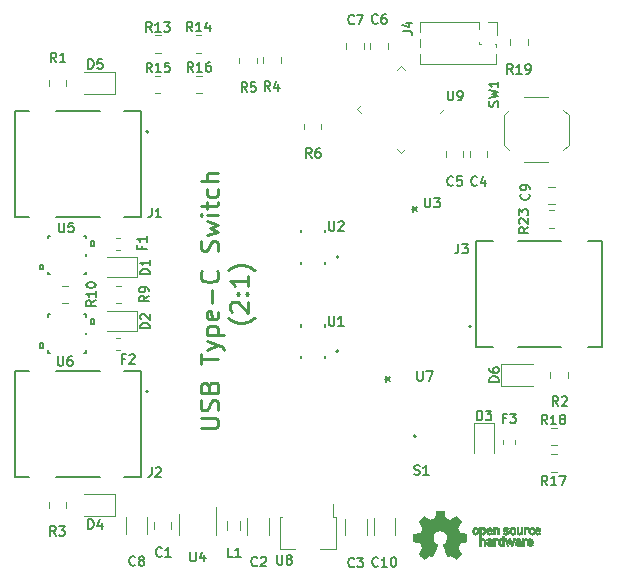
<source format=gbr>
G04 #@! TF.GenerationSoftware,KiCad,Pcbnew,5.1.9-73d0e3b20d~88~ubuntu20.04.1*
G04 #@! TF.CreationDate,2021-01-17T19:34:15+02:00*
G04 #@! TF.ProjectId,USB-TypeC-Switch,5553422d-5479-4706-9543-2d5377697463,rev?*
G04 #@! TF.SameCoordinates,Original*
G04 #@! TF.FileFunction,Legend,Top*
G04 #@! TF.FilePolarity,Positive*
%FSLAX46Y46*%
G04 Gerber Fmt 4.6, Leading zero omitted, Abs format (unit mm)*
G04 Created by KiCad (PCBNEW 5.1.9-73d0e3b20d~88~ubuntu20.04.1) date 2021-01-17 19:34:15*
%MOMM*%
%LPD*%
G01*
G04 APERTURE LIST*
%ADD10C,0.250000*%
%ADD11C,0.120000*%
%ADD12C,0.010000*%
%ADD13C,0.200000*%
%ADD14C,0.127000*%
%ADD15C,0.152400*%
%ADD16C,0.150000*%
G04 APERTURE END LIST*
D10*
X45858571Y-122357142D02*
X47072857Y-122357142D01*
X47215714Y-122285714D01*
X47287142Y-122214285D01*
X47358571Y-122071428D01*
X47358571Y-121785714D01*
X47287142Y-121642857D01*
X47215714Y-121571428D01*
X47072857Y-121500000D01*
X45858571Y-121500000D01*
X47287142Y-120857142D02*
X47358571Y-120642857D01*
X47358571Y-120285714D01*
X47287142Y-120142857D01*
X47215714Y-120071428D01*
X47072857Y-120000000D01*
X46930000Y-120000000D01*
X46787142Y-120071428D01*
X46715714Y-120142857D01*
X46644285Y-120285714D01*
X46572857Y-120571428D01*
X46501428Y-120714285D01*
X46430000Y-120785714D01*
X46287142Y-120857142D01*
X46144285Y-120857142D01*
X46001428Y-120785714D01*
X45930000Y-120714285D01*
X45858571Y-120571428D01*
X45858571Y-120214285D01*
X45930000Y-120000000D01*
X46572857Y-118857142D02*
X46644285Y-118642857D01*
X46715714Y-118571428D01*
X46858571Y-118500000D01*
X47072857Y-118500000D01*
X47215714Y-118571428D01*
X47287142Y-118642857D01*
X47358571Y-118785714D01*
X47358571Y-119357142D01*
X45858571Y-119357142D01*
X45858571Y-118857142D01*
X45930000Y-118714285D01*
X46001428Y-118642857D01*
X46144285Y-118571428D01*
X46287142Y-118571428D01*
X46430000Y-118642857D01*
X46501428Y-118714285D01*
X46572857Y-118857142D01*
X46572857Y-119357142D01*
X45858571Y-116928571D02*
X45858571Y-116071428D01*
X47358571Y-116500000D02*
X45858571Y-116500000D01*
X46358571Y-115714285D02*
X47358571Y-115357142D01*
X46358571Y-115000000D02*
X47358571Y-115357142D01*
X47715714Y-115500000D01*
X47787142Y-115571428D01*
X47858571Y-115714285D01*
X46358571Y-114428571D02*
X47858571Y-114428571D01*
X46430000Y-114428571D02*
X46358571Y-114285714D01*
X46358571Y-114000000D01*
X46430000Y-113857142D01*
X46501428Y-113785714D01*
X46644285Y-113714285D01*
X47072857Y-113714285D01*
X47215714Y-113785714D01*
X47287142Y-113857142D01*
X47358571Y-114000000D01*
X47358571Y-114285714D01*
X47287142Y-114428571D01*
X47287142Y-112500000D02*
X47358571Y-112642857D01*
X47358571Y-112928571D01*
X47287142Y-113071428D01*
X47144285Y-113142857D01*
X46572857Y-113142857D01*
X46430000Y-113071428D01*
X46358571Y-112928571D01*
X46358571Y-112642857D01*
X46430000Y-112500000D01*
X46572857Y-112428571D01*
X46715714Y-112428571D01*
X46858571Y-113142857D01*
X46787142Y-111785714D02*
X46787142Y-110642857D01*
X47215714Y-109071428D02*
X47287142Y-109142857D01*
X47358571Y-109357142D01*
X47358571Y-109500000D01*
X47287142Y-109714285D01*
X47144285Y-109857142D01*
X47001428Y-109928571D01*
X46715714Y-110000000D01*
X46501428Y-110000000D01*
X46215714Y-109928571D01*
X46072857Y-109857142D01*
X45930000Y-109714285D01*
X45858571Y-109500000D01*
X45858571Y-109357142D01*
X45930000Y-109142857D01*
X46001428Y-109071428D01*
X47287142Y-107357142D02*
X47358571Y-107142857D01*
X47358571Y-106785714D01*
X47287142Y-106642857D01*
X47215714Y-106571428D01*
X47072857Y-106500000D01*
X46930000Y-106500000D01*
X46787142Y-106571428D01*
X46715714Y-106642857D01*
X46644285Y-106785714D01*
X46572857Y-107071428D01*
X46501428Y-107214285D01*
X46430000Y-107285714D01*
X46287142Y-107357142D01*
X46144285Y-107357142D01*
X46001428Y-107285714D01*
X45930000Y-107214285D01*
X45858571Y-107071428D01*
X45858571Y-106714285D01*
X45930000Y-106500000D01*
X46358571Y-106000000D02*
X47358571Y-105714285D01*
X46644285Y-105428571D01*
X47358571Y-105142857D01*
X46358571Y-104857142D01*
X47358571Y-104285714D02*
X46358571Y-104285714D01*
X45858571Y-104285714D02*
X45930000Y-104357142D01*
X46001428Y-104285714D01*
X45930000Y-104214285D01*
X45858571Y-104285714D01*
X46001428Y-104285714D01*
X46358571Y-103785714D02*
X46358571Y-103214285D01*
X45858571Y-103571428D02*
X47144285Y-103571428D01*
X47287142Y-103500000D01*
X47358571Y-103357142D01*
X47358571Y-103214285D01*
X47287142Y-102071428D02*
X47358571Y-102214285D01*
X47358571Y-102500000D01*
X47287142Y-102642857D01*
X47215714Y-102714285D01*
X47072857Y-102785714D01*
X46644285Y-102785714D01*
X46501428Y-102714285D01*
X46430000Y-102642857D01*
X46358571Y-102500000D01*
X46358571Y-102214285D01*
X46430000Y-102071428D01*
X47358571Y-101428571D02*
X45858571Y-101428571D01*
X47358571Y-100785714D02*
X46572857Y-100785714D01*
X46430000Y-100857142D01*
X46358571Y-101000000D01*
X46358571Y-101214285D01*
X46430000Y-101357142D01*
X46501428Y-101428571D01*
X50430000Y-113000000D02*
X50358571Y-113071428D01*
X50144285Y-113214285D01*
X50001428Y-113285714D01*
X49787142Y-113357142D01*
X49430000Y-113428571D01*
X49144285Y-113428571D01*
X48787142Y-113357142D01*
X48572857Y-113285714D01*
X48430000Y-113214285D01*
X48215714Y-113071428D01*
X48144285Y-113000000D01*
X48501428Y-112500000D02*
X48430000Y-112428571D01*
X48358571Y-112285714D01*
X48358571Y-111928571D01*
X48430000Y-111785714D01*
X48501428Y-111714285D01*
X48644285Y-111642857D01*
X48787142Y-111642857D01*
X49001428Y-111714285D01*
X49858571Y-112571428D01*
X49858571Y-111642857D01*
X49715714Y-111000000D02*
X49787142Y-110928571D01*
X49858571Y-111000000D01*
X49787142Y-111071428D01*
X49715714Y-111000000D01*
X49858571Y-111000000D01*
X48930000Y-111000000D02*
X49001428Y-110928571D01*
X49072857Y-111000000D01*
X49001428Y-111071428D01*
X48930000Y-111000000D01*
X49072857Y-111000000D01*
X49858571Y-109500000D02*
X49858571Y-110357142D01*
X49858571Y-109928571D02*
X48358571Y-109928571D01*
X48572857Y-110071428D01*
X48715714Y-110214285D01*
X48787142Y-110357142D01*
X50430000Y-109000000D02*
X50358571Y-108928571D01*
X50144285Y-108785714D01*
X50001428Y-108714285D01*
X49787142Y-108642857D01*
X49430000Y-108571428D01*
X49144285Y-108571428D01*
X48787142Y-108642857D01*
X48572857Y-108714285D01*
X48430000Y-108785714D01*
X48215714Y-108928571D01*
X48144285Y-109000000D01*
D11*
X48050000Y-130999622D02*
X48050000Y-130200378D01*
X49170000Y-130999622D02*
X49170000Y-130200378D01*
D12*
G36*
X66486964Y-129700018D02*
G01*
X66543812Y-130001570D01*
X66963338Y-130174512D01*
X67214984Y-130003395D01*
X67285458Y-129955750D01*
X67349163Y-129913210D01*
X67403126Y-129877715D01*
X67444373Y-129851210D01*
X67469934Y-129835636D01*
X67476895Y-129832278D01*
X67489435Y-129840914D01*
X67516231Y-129864792D01*
X67554280Y-129900859D01*
X67600579Y-129946067D01*
X67652123Y-129997364D01*
X67705909Y-130051701D01*
X67758935Y-130106028D01*
X67808195Y-130157295D01*
X67850687Y-130202451D01*
X67883407Y-130238446D01*
X67903351Y-130262230D01*
X67908119Y-130270190D01*
X67901257Y-130284865D01*
X67882020Y-130317014D01*
X67852430Y-130363492D01*
X67814510Y-130421156D01*
X67770282Y-130486860D01*
X67744654Y-130524336D01*
X67697941Y-130592768D01*
X67656432Y-130654520D01*
X67622140Y-130706519D01*
X67597080Y-130745692D01*
X67583264Y-130768965D01*
X67581188Y-130773855D01*
X67585895Y-130787755D01*
X67598723Y-130820150D01*
X67617738Y-130866485D01*
X67641003Y-130922206D01*
X67666584Y-130982758D01*
X67692545Y-131043586D01*
X67716950Y-131100136D01*
X67737863Y-131147852D01*
X67753349Y-131182181D01*
X67761472Y-131198568D01*
X67761952Y-131199212D01*
X67774707Y-131202341D01*
X67808677Y-131209321D01*
X67860340Y-131219467D01*
X67926176Y-131232092D01*
X68002664Y-131246509D01*
X68047290Y-131254823D01*
X68129021Y-131270384D01*
X68202843Y-131285192D01*
X68265021Y-131298436D01*
X68311822Y-131309305D01*
X68339509Y-131316989D01*
X68345074Y-131319427D01*
X68350526Y-131335930D01*
X68354924Y-131373200D01*
X68358272Y-131426880D01*
X68360574Y-131492612D01*
X68361832Y-131566037D01*
X68362048Y-131642796D01*
X68361227Y-131718532D01*
X68359371Y-131788886D01*
X68356482Y-131849500D01*
X68352565Y-131896016D01*
X68347622Y-131924075D01*
X68344657Y-131929916D01*
X68326934Y-131936917D01*
X68289381Y-131946927D01*
X68236964Y-131958769D01*
X68174652Y-131971267D01*
X68152900Y-131975310D01*
X68048024Y-131994520D01*
X67965180Y-132009991D01*
X67901630Y-132022337D01*
X67854637Y-132032173D01*
X67821463Y-132040114D01*
X67799371Y-132046776D01*
X67785624Y-132052773D01*
X67777484Y-132058719D01*
X67776345Y-132059894D01*
X67764977Y-132078826D01*
X67747635Y-132115669D01*
X67726050Y-132165913D01*
X67701954Y-132225046D01*
X67677079Y-132288556D01*
X67653157Y-132351932D01*
X67631919Y-132410662D01*
X67615097Y-132460235D01*
X67604422Y-132496139D01*
X67601627Y-132513862D01*
X67601860Y-132514483D01*
X67611331Y-132528970D01*
X67632818Y-132560844D01*
X67664063Y-132606789D01*
X67702807Y-132663485D01*
X67746793Y-132727617D01*
X67759319Y-132745842D01*
X67803984Y-132811914D01*
X67843288Y-132872200D01*
X67875088Y-132923235D01*
X67897245Y-132961560D01*
X67907617Y-132983711D01*
X67908119Y-132986432D01*
X67899405Y-133000736D01*
X67875325Y-133029072D01*
X67838976Y-133068396D01*
X67793453Y-133115661D01*
X67741852Y-133167823D01*
X67687267Y-133221835D01*
X67632794Y-133274653D01*
X67581529Y-133323231D01*
X67536567Y-133364523D01*
X67501004Y-133395485D01*
X67477935Y-133413070D01*
X67471554Y-133415941D01*
X67456699Y-133409178D01*
X67426286Y-133390939D01*
X67385268Y-133364297D01*
X67353709Y-133342852D01*
X67296525Y-133303503D01*
X67228806Y-133257171D01*
X67160880Y-133210913D01*
X67124361Y-133186155D01*
X67000752Y-133102547D01*
X66896991Y-133158650D01*
X66849720Y-133183228D01*
X66809523Y-133202331D01*
X66782326Y-133213227D01*
X66775402Y-133214743D01*
X66767077Y-133203549D01*
X66750654Y-133171917D01*
X66727357Y-133122765D01*
X66698414Y-133059010D01*
X66665050Y-132983571D01*
X66628491Y-132899364D01*
X66589964Y-132809308D01*
X66550694Y-132716321D01*
X66511908Y-132623320D01*
X66474830Y-132533223D01*
X66440689Y-132448948D01*
X66410708Y-132373413D01*
X66386116Y-132309534D01*
X66368136Y-132260231D01*
X66357997Y-132228421D01*
X66356366Y-132217496D01*
X66369291Y-132203561D01*
X66397589Y-132180940D01*
X66435346Y-132154333D01*
X66438515Y-132152228D01*
X66536100Y-132074114D01*
X66614786Y-131982982D01*
X66673891Y-131881745D01*
X66712732Y-131773318D01*
X66730628Y-131660614D01*
X66726897Y-131546548D01*
X66700857Y-131434034D01*
X66651825Y-131325985D01*
X66637400Y-131302345D01*
X66562369Y-131206887D01*
X66473730Y-131130232D01*
X66374549Y-131072780D01*
X66267895Y-131034929D01*
X66156836Y-131017078D01*
X66044439Y-131019625D01*
X65933773Y-131042970D01*
X65827906Y-131087510D01*
X65729905Y-131153645D01*
X65699590Y-131180487D01*
X65622438Y-131264512D01*
X65566218Y-131352966D01*
X65527653Y-131452115D01*
X65506174Y-131550303D01*
X65500872Y-131660697D01*
X65518552Y-131771640D01*
X65557419Y-131879381D01*
X65615677Y-131980169D01*
X65691531Y-132070256D01*
X65783183Y-132145892D01*
X65795228Y-132153864D01*
X65833389Y-132179974D01*
X65862399Y-132202595D01*
X65876268Y-132217039D01*
X65876469Y-132217496D01*
X65873492Y-132233121D01*
X65861689Y-132268582D01*
X65842286Y-132320962D01*
X65816512Y-132387345D01*
X65785591Y-132464814D01*
X65750751Y-132550450D01*
X65713217Y-132641337D01*
X65674217Y-132734559D01*
X65634977Y-132827197D01*
X65596724Y-132916335D01*
X65560683Y-132999055D01*
X65528083Y-133072441D01*
X65500148Y-133133575D01*
X65478105Y-133179541D01*
X65463182Y-133207421D01*
X65457172Y-133214743D01*
X65438809Y-133209041D01*
X65404448Y-133193749D01*
X65360016Y-133171599D01*
X65335583Y-133158650D01*
X65231822Y-133102547D01*
X65108213Y-133186155D01*
X65045114Y-133228987D01*
X64976030Y-133276122D01*
X64911293Y-133320503D01*
X64878866Y-133342852D01*
X64833259Y-133373477D01*
X64794640Y-133397747D01*
X64768048Y-133412587D01*
X64759410Y-133415724D01*
X64746839Y-133407261D01*
X64719016Y-133383636D01*
X64678639Y-133347302D01*
X64628405Y-133300711D01*
X64571012Y-133246317D01*
X64534714Y-133211392D01*
X64471210Y-133148996D01*
X64416327Y-133093188D01*
X64372286Y-133046354D01*
X64341305Y-133010882D01*
X64325602Y-132989161D01*
X64324095Y-132984752D01*
X64331086Y-132967985D01*
X64350406Y-132934082D01*
X64379909Y-132886476D01*
X64417455Y-132828599D01*
X64460900Y-132763884D01*
X64473255Y-132745842D01*
X64518273Y-132680267D01*
X64558660Y-132621228D01*
X64592160Y-132572042D01*
X64616514Y-132536028D01*
X64629464Y-132516502D01*
X64630715Y-132514483D01*
X64628844Y-132498922D01*
X64618913Y-132464709D01*
X64602653Y-132416355D01*
X64581795Y-132358371D01*
X64558073Y-132295270D01*
X64533216Y-132231563D01*
X64508958Y-132171761D01*
X64487029Y-132120376D01*
X64469162Y-132081919D01*
X64457087Y-132060902D01*
X64456229Y-132059894D01*
X64448846Y-132053888D01*
X64436375Y-132047948D01*
X64416080Y-132041460D01*
X64385222Y-132033809D01*
X64341066Y-132024380D01*
X64280874Y-132012559D01*
X64201907Y-131997729D01*
X64101430Y-131979277D01*
X64079675Y-131975310D01*
X64015198Y-131962853D01*
X63958989Y-131950666D01*
X63916013Y-131939926D01*
X63891240Y-131931809D01*
X63887918Y-131929916D01*
X63882444Y-131913138D01*
X63877994Y-131875645D01*
X63874572Y-131821794D01*
X63872181Y-131755944D01*
X63870823Y-131682453D01*
X63870501Y-131605680D01*
X63871219Y-131529983D01*
X63872979Y-131459720D01*
X63875784Y-131399250D01*
X63879638Y-131352930D01*
X63884543Y-131325119D01*
X63887500Y-131319427D01*
X63903963Y-131313686D01*
X63941449Y-131304345D01*
X63996225Y-131292215D01*
X64064555Y-131278107D01*
X64142706Y-131262830D01*
X64185284Y-131254823D01*
X64266071Y-131239721D01*
X64338113Y-131226040D01*
X64397889Y-131214467D01*
X64441879Y-131205687D01*
X64466561Y-131200387D01*
X64470623Y-131199212D01*
X64477489Y-131185965D01*
X64492002Y-131154057D01*
X64512229Y-131108047D01*
X64536234Y-131052492D01*
X64562082Y-130991953D01*
X64587840Y-130930986D01*
X64611573Y-130874151D01*
X64631346Y-130826006D01*
X64645224Y-130791110D01*
X64651274Y-130774021D01*
X64651386Y-130773274D01*
X64644528Y-130759793D01*
X64625302Y-130728770D01*
X64595728Y-130683289D01*
X64557827Y-130626432D01*
X64513620Y-130561283D01*
X64487921Y-130523862D01*
X64441093Y-130455247D01*
X64399501Y-130392952D01*
X64365175Y-130340129D01*
X64340143Y-130299927D01*
X64326435Y-130275500D01*
X64324456Y-130270024D01*
X64332966Y-130257278D01*
X64356493Y-130230063D01*
X64392032Y-130191428D01*
X64436577Y-130144423D01*
X64487123Y-130092095D01*
X64540664Y-130037495D01*
X64594195Y-129983670D01*
X64644711Y-129933670D01*
X64689206Y-129890543D01*
X64724675Y-129857339D01*
X64748113Y-129837106D01*
X64755954Y-129832278D01*
X64768720Y-129839067D01*
X64799256Y-129858142D01*
X64844590Y-129887561D01*
X64901756Y-129925381D01*
X64967784Y-129969661D01*
X65017590Y-130003395D01*
X65269236Y-130174512D01*
X65478999Y-130088041D01*
X65688763Y-130001570D01*
X65745611Y-129700018D01*
X65802460Y-129398466D01*
X66430115Y-129398466D01*
X66486964Y-129700018D01*
G37*
X66486964Y-129700018D02*
X66543812Y-130001570D01*
X66963338Y-130174512D01*
X67214984Y-130003395D01*
X67285458Y-129955750D01*
X67349163Y-129913210D01*
X67403126Y-129877715D01*
X67444373Y-129851210D01*
X67469934Y-129835636D01*
X67476895Y-129832278D01*
X67489435Y-129840914D01*
X67516231Y-129864792D01*
X67554280Y-129900859D01*
X67600579Y-129946067D01*
X67652123Y-129997364D01*
X67705909Y-130051701D01*
X67758935Y-130106028D01*
X67808195Y-130157295D01*
X67850687Y-130202451D01*
X67883407Y-130238446D01*
X67903351Y-130262230D01*
X67908119Y-130270190D01*
X67901257Y-130284865D01*
X67882020Y-130317014D01*
X67852430Y-130363492D01*
X67814510Y-130421156D01*
X67770282Y-130486860D01*
X67744654Y-130524336D01*
X67697941Y-130592768D01*
X67656432Y-130654520D01*
X67622140Y-130706519D01*
X67597080Y-130745692D01*
X67583264Y-130768965D01*
X67581188Y-130773855D01*
X67585895Y-130787755D01*
X67598723Y-130820150D01*
X67617738Y-130866485D01*
X67641003Y-130922206D01*
X67666584Y-130982758D01*
X67692545Y-131043586D01*
X67716950Y-131100136D01*
X67737863Y-131147852D01*
X67753349Y-131182181D01*
X67761472Y-131198568D01*
X67761952Y-131199212D01*
X67774707Y-131202341D01*
X67808677Y-131209321D01*
X67860340Y-131219467D01*
X67926176Y-131232092D01*
X68002664Y-131246509D01*
X68047290Y-131254823D01*
X68129021Y-131270384D01*
X68202843Y-131285192D01*
X68265021Y-131298436D01*
X68311822Y-131309305D01*
X68339509Y-131316989D01*
X68345074Y-131319427D01*
X68350526Y-131335930D01*
X68354924Y-131373200D01*
X68358272Y-131426880D01*
X68360574Y-131492612D01*
X68361832Y-131566037D01*
X68362048Y-131642796D01*
X68361227Y-131718532D01*
X68359371Y-131788886D01*
X68356482Y-131849500D01*
X68352565Y-131896016D01*
X68347622Y-131924075D01*
X68344657Y-131929916D01*
X68326934Y-131936917D01*
X68289381Y-131946927D01*
X68236964Y-131958769D01*
X68174652Y-131971267D01*
X68152900Y-131975310D01*
X68048024Y-131994520D01*
X67965180Y-132009991D01*
X67901630Y-132022337D01*
X67854637Y-132032173D01*
X67821463Y-132040114D01*
X67799371Y-132046776D01*
X67785624Y-132052773D01*
X67777484Y-132058719D01*
X67776345Y-132059894D01*
X67764977Y-132078826D01*
X67747635Y-132115669D01*
X67726050Y-132165913D01*
X67701954Y-132225046D01*
X67677079Y-132288556D01*
X67653157Y-132351932D01*
X67631919Y-132410662D01*
X67615097Y-132460235D01*
X67604422Y-132496139D01*
X67601627Y-132513862D01*
X67601860Y-132514483D01*
X67611331Y-132528970D01*
X67632818Y-132560844D01*
X67664063Y-132606789D01*
X67702807Y-132663485D01*
X67746793Y-132727617D01*
X67759319Y-132745842D01*
X67803984Y-132811914D01*
X67843288Y-132872200D01*
X67875088Y-132923235D01*
X67897245Y-132961560D01*
X67907617Y-132983711D01*
X67908119Y-132986432D01*
X67899405Y-133000736D01*
X67875325Y-133029072D01*
X67838976Y-133068396D01*
X67793453Y-133115661D01*
X67741852Y-133167823D01*
X67687267Y-133221835D01*
X67632794Y-133274653D01*
X67581529Y-133323231D01*
X67536567Y-133364523D01*
X67501004Y-133395485D01*
X67477935Y-133413070D01*
X67471554Y-133415941D01*
X67456699Y-133409178D01*
X67426286Y-133390939D01*
X67385268Y-133364297D01*
X67353709Y-133342852D01*
X67296525Y-133303503D01*
X67228806Y-133257171D01*
X67160880Y-133210913D01*
X67124361Y-133186155D01*
X67000752Y-133102547D01*
X66896991Y-133158650D01*
X66849720Y-133183228D01*
X66809523Y-133202331D01*
X66782326Y-133213227D01*
X66775402Y-133214743D01*
X66767077Y-133203549D01*
X66750654Y-133171917D01*
X66727357Y-133122765D01*
X66698414Y-133059010D01*
X66665050Y-132983571D01*
X66628491Y-132899364D01*
X66589964Y-132809308D01*
X66550694Y-132716321D01*
X66511908Y-132623320D01*
X66474830Y-132533223D01*
X66440689Y-132448948D01*
X66410708Y-132373413D01*
X66386116Y-132309534D01*
X66368136Y-132260231D01*
X66357997Y-132228421D01*
X66356366Y-132217496D01*
X66369291Y-132203561D01*
X66397589Y-132180940D01*
X66435346Y-132154333D01*
X66438515Y-132152228D01*
X66536100Y-132074114D01*
X66614786Y-131982982D01*
X66673891Y-131881745D01*
X66712732Y-131773318D01*
X66730628Y-131660614D01*
X66726897Y-131546548D01*
X66700857Y-131434034D01*
X66651825Y-131325985D01*
X66637400Y-131302345D01*
X66562369Y-131206887D01*
X66473730Y-131130232D01*
X66374549Y-131072780D01*
X66267895Y-131034929D01*
X66156836Y-131017078D01*
X66044439Y-131019625D01*
X65933773Y-131042970D01*
X65827906Y-131087510D01*
X65729905Y-131153645D01*
X65699590Y-131180487D01*
X65622438Y-131264512D01*
X65566218Y-131352966D01*
X65527653Y-131452115D01*
X65506174Y-131550303D01*
X65500872Y-131660697D01*
X65518552Y-131771640D01*
X65557419Y-131879381D01*
X65615677Y-131980169D01*
X65691531Y-132070256D01*
X65783183Y-132145892D01*
X65795228Y-132153864D01*
X65833389Y-132179974D01*
X65862399Y-132202595D01*
X65876268Y-132217039D01*
X65876469Y-132217496D01*
X65873492Y-132233121D01*
X65861689Y-132268582D01*
X65842286Y-132320962D01*
X65816512Y-132387345D01*
X65785591Y-132464814D01*
X65750751Y-132550450D01*
X65713217Y-132641337D01*
X65674217Y-132734559D01*
X65634977Y-132827197D01*
X65596724Y-132916335D01*
X65560683Y-132999055D01*
X65528083Y-133072441D01*
X65500148Y-133133575D01*
X65478105Y-133179541D01*
X65463182Y-133207421D01*
X65457172Y-133214743D01*
X65438809Y-133209041D01*
X65404448Y-133193749D01*
X65360016Y-133171599D01*
X65335583Y-133158650D01*
X65231822Y-133102547D01*
X65108213Y-133186155D01*
X65045114Y-133228987D01*
X64976030Y-133276122D01*
X64911293Y-133320503D01*
X64878866Y-133342852D01*
X64833259Y-133373477D01*
X64794640Y-133397747D01*
X64768048Y-133412587D01*
X64759410Y-133415724D01*
X64746839Y-133407261D01*
X64719016Y-133383636D01*
X64678639Y-133347302D01*
X64628405Y-133300711D01*
X64571012Y-133246317D01*
X64534714Y-133211392D01*
X64471210Y-133148996D01*
X64416327Y-133093188D01*
X64372286Y-133046354D01*
X64341305Y-133010882D01*
X64325602Y-132989161D01*
X64324095Y-132984752D01*
X64331086Y-132967985D01*
X64350406Y-132934082D01*
X64379909Y-132886476D01*
X64417455Y-132828599D01*
X64460900Y-132763884D01*
X64473255Y-132745842D01*
X64518273Y-132680267D01*
X64558660Y-132621228D01*
X64592160Y-132572042D01*
X64616514Y-132536028D01*
X64629464Y-132516502D01*
X64630715Y-132514483D01*
X64628844Y-132498922D01*
X64618913Y-132464709D01*
X64602653Y-132416355D01*
X64581795Y-132358371D01*
X64558073Y-132295270D01*
X64533216Y-132231563D01*
X64508958Y-132171761D01*
X64487029Y-132120376D01*
X64469162Y-132081919D01*
X64457087Y-132060902D01*
X64456229Y-132059894D01*
X64448846Y-132053888D01*
X64436375Y-132047948D01*
X64416080Y-132041460D01*
X64385222Y-132033809D01*
X64341066Y-132024380D01*
X64280874Y-132012559D01*
X64201907Y-131997729D01*
X64101430Y-131979277D01*
X64079675Y-131975310D01*
X64015198Y-131962853D01*
X63958989Y-131950666D01*
X63916013Y-131939926D01*
X63891240Y-131931809D01*
X63887918Y-131929916D01*
X63882444Y-131913138D01*
X63877994Y-131875645D01*
X63874572Y-131821794D01*
X63872181Y-131755944D01*
X63870823Y-131682453D01*
X63870501Y-131605680D01*
X63871219Y-131529983D01*
X63872979Y-131459720D01*
X63875784Y-131399250D01*
X63879638Y-131352930D01*
X63884543Y-131325119D01*
X63887500Y-131319427D01*
X63903963Y-131313686D01*
X63941449Y-131304345D01*
X63996225Y-131292215D01*
X64064555Y-131278107D01*
X64142706Y-131262830D01*
X64185284Y-131254823D01*
X64266071Y-131239721D01*
X64338113Y-131226040D01*
X64397889Y-131214467D01*
X64441879Y-131205687D01*
X64466561Y-131200387D01*
X64470623Y-131199212D01*
X64477489Y-131185965D01*
X64492002Y-131154057D01*
X64512229Y-131108047D01*
X64536234Y-131052492D01*
X64562082Y-130991953D01*
X64587840Y-130930986D01*
X64611573Y-130874151D01*
X64631346Y-130826006D01*
X64645224Y-130791110D01*
X64651274Y-130774021D01*
X64651386Y-130773274D01*
X64644528Y-130759793D01*
X64625302Y-130728770D01*
X64595728Y-130683289D01*
X64557827Y-130626432D01*
X64513620Y-130561283D01*
X64487921Y-130523862D01*
X64441093Y-130455247D01*
X64399501Y-130392952D01*
X64365175Y-130340129D01*
X64340143Y-130299927D01*
X64326435Y-130275500D01*
X64324456Y-130270024D01*
X64332966Y-130257278D01*
X64356493Y-130230063D01*
X64392032Y-130191428D01*
X64436577Y-130144423D01*
X64487123Y-130092095D01*
X64540664Y-130037495D01*
X64594195Y-129983670D01*
X64644711Y-129933670D01*
X64689206Y-129890543D01*
X64724675Y-129857339D01*
X64748113Y-129837106D01*
X64755954Y-129832278D01*
X64768720Y-129839067D01*
X64799256Y-129858142D01*
X64844590Y-129887561D01*
X64901756Y-129925381D01*
X64967784Y-129969661D01*
X65017590Y-130003395D01*
X65269236Y-130174512D01*
X65478999Y-130088041D01*
X65688763Y-130001570D01*
X65745611Y-129700018D01*
X65802460Y-129398466D01*
X66430115Y-129398466D01*
X66486964Y-129700018D01*
G36*
X73539460Y-130748030D02*
G01*
X73582711Y-130761245D01*
X73610558Y-130777941D01*
X73619629Y-130791145D01*
X73617132Y-130806797D01*
X73600931Y-130831385D01*
X73587232Y-130848800D01*
X73558992Y-130880283D01*
X73537775Y-130893529D01*
X73519688Y-130892664D01*
X73466035Y-130879010D01*
X73426630Y-130879630D01*
X73394632Y-130895104D01*
X73383890Y-130904161D01*
X73349505Y-130936027D01*
X73349505Y-131352179D01*
X73211188Y-131352179D01*
X73211188Y-130748614D01*
X73280347Y-130748614D01*
X73321869Y-130750256D01*
X73343291Y-130756087D01*
X73349502Y-130767461D01*
X73349505Y-130767798D01*
X73352439Y-130779713D01*
X73365704Y-130778159D01*
X73384084Y-130769563D01*
X73422046Y-130753568D01*
X73452872Y-130743945D01*
X73492536Y-130741478D01*
X73539460Y-130748030D01*
G37*
X73539460Y-130748030D02*
X73582711Y-130761245D01*
X73610558Y-130777941D01*
X73619629Y-130791145D01*
X73617132Y-130806797D01*
X73600931Y-130831385D01*
X73587232Y-130848800D01*
X73558992Y-130880283D01*
X73537775Y-130893529D01*
X73519688Y-130892664D01*
X73466035Y-130879010D01*
X73426630Y-130879630D01*
X73394632Y-130895104D01*
X73383890Y-130904161D01*
X73349505Y-130936027D01*
X73349505Y-131352179D01*
X73211188Y-131352179D01*
X73211188Y-130748614D01*
X73280347Y-130748614D01*
X73321869Y-130750256D01*
X73343291Y-130756087D01*
X73349502Y-130767461D01*
X73349505Y-130767798D01*
X73352439Y-130779713D01*
X73365704Y-130778159D01*
X73384084Y-130769563D01*
X73422046Y-130753568D01*
X73452872Y-130743945D01*
X73492536Y-130741478D01*
X73539460Y-130748030D01*
G36*
X70985988Y-130759002D02*
G01*
X71017283Y-130773950D01*
X71047591Y-130795541D01*
X71070682Y-130820391D01*
X71087500Y-130852087D01*
X71098994Y-130894214D01*
X71106109Y-130950358D01*
X71109793Y-131024106D01*
X71110992Y-131119044D01*
X71111011Y-131128985D01*
X71111287Y-131352179D01*
X70972970Y-131352179D01*
X70972970Y-131146418D01*
X70972872Y-131070189D01*
X70972191Y-131014939D01*
X70970349Y-130976501D01*
X70966767Y-130950706D01*
X70960868Y-130933384D01*
X70952073Y-130920368D01*
X70939820Y-130907507D01*
X70896953Y-130879873D01*
X70850157Y-130874745D01*
X70805576Y-130892217D01*
X70790072Y-130905221D01*
X70778690Y-130917447D01*
X70770519Y-130930540D01*
X70765026Y-130948615D01*
X70761680Y-130975787D01*
X70759949Y-131016170D01*
X70759303Y-131073879D01*
X70759208Y-131144132D01*
X70759208Y-131352179D01*
X70620891Y-131352179D01*
X70620891Y-130748614D01*
X70690050Y-130748614D01*
X70731572Y-130750256D01*
X70752994Y-130756087D01*
X70759205Y-130767461D01*
X70759208Y-130767798D01*
X70762090Y-130778938D01*
X70774801Y-130777674D01*
X70800074Y-130765434D01*
X70857395Y-130747424D01*
X70922963Y-130745421D01*
X70985988Y-130759002D01*
G37*
X70985988Y-130759002D02*
X71017283Y-130773950D01*
X71047591Y-130795541D01*
X71070682Y-130820391D01*
X71087500Y-130852087D01*
X71098994Y-130894214D01*
X71106109Y-130950358D01*
X71109793Y-131024106D01*
X71110992Y-131119044D01*
X71111011Y-131128985D01*
X71111287Y-131352179D01*
X70972970Y-131352179D01*
X70972970Y-131146418D01*
X70972872Y-131070189D01*
X70972191Y-131014939D01*
X70970349Y-130976501D01*
X70966767Y-130950706D01*
X70960868Y-130933384D01*
X70952073Y-130920368D01*
X70939820Y-130907507D01*
X70896953Y-130879873D01*
X70850157Y-130874745D01*
X70805576Y-130892217D01*
X70790072Y-130905221D01*
X70778690Y-130917447D01*
X70770519Y-130930540D01*
X70765026Y-130948615D01*
X70761680Y-130975787D01*
X70759949Y-131016170D01*
X70759303Y-131073879D01*
X70759208Y-131144132D01*
X70759208Y-131352179D01*
X70620891Y-131352179D01*
X70620891Y-130748614D01*
X70690050Y-130748614D01*
X70731572Y-130750256D01*
X70752994Y-130756087D01*
X70759205Y-130767461D01*
X70759208Y-130767798D01*
X70762090Y-130778938D01*
X70774801Y-130777674D01*
X70800074Y-130765434D01*
X70857395Y-130747424D01*
X70922963Y-130745421D01*
X70985988Y-130759002D01*
G36*
X74417898Y-130746457D02*
G01*
X74450096Y-130754279D01*
X74511825Y-130782921D01*
X74564610Y-130826667D01*
X74601141Y-130879117D01*
X74606160Y-130890893D01*
X74613045Y-130921740D01*
X74617864Y-130967371D01*
X74619505Y-131013492D01*
X74619505Y-131100693D01*
X74437178Y-131100693D01*
X74361979Y-131100978D01*
X74309003Y-131102704D01*
X74275325Y-131107181D01*
X74258020Y-131115720D01*
X74254163Y-131129630D01*
X74260829Y-131150222D01*
X74272770Y-131174315D01*
X74306080Y-131214525D01*
X74352368Y-131234558D01*
X74408944Y-131233905D01*
X74473031Y-131212101D01*
X74528417Y-131185193D01*
X74574375Y-131221532D01*
X74620333Y-131257872D01*
X74577096Y-131297819D01*
X74519374Y-131335563D01*
X74448386Y-131358320D01*
X74372029Y-131364688D01*
X74298199Y-131353268D01*
X74286287Y-131349393D01*
X74221399Y-131315506D01*
X74173130Y-131264986D01*
X74140465Y-131196325D01*
X74122385Y-131108014D01*
X74122175Y-131106121D01*
X74120556Y-131009878D01*
X74127100Y-130975542D01*
X74254852Y-130975542D01*
X74266584Y-130980822D01*
X74298438Y-130984867D01*
X74345397Y-130987176D01*
X74375154Y-130987525D01*
X74430648Y-130987306D01*
X74465346Y-130985916D01*
X74483601Y-130982251D01*
X74489766Y-130975210D01*
X74488195Y-130963690D01*
X74486878Y-130959233D01*
X74464382Y-130917355D01*
X74429003Y-130883604D01*
X74397780Y-130868773D01*
X74356301Y-130869668D01*
X74314269Y-130888164D01*
X74279012Y-130918786D01*
X74257854Y-130956062D01*
X74254852Y-130975542D01*
X74127100Y-130975542D01*
X74136690Y-130925229D01*
X74168698Y-130854191D01*
X74214701Y-130798779D01*
X74272821Y-130761009D01*
X74341180Y-130742896D01*
X74417898Y-130746457D01*
G37*
X74417898Y-130746457D02*
X74450096Y-130754279D01*
X74511825Y-130782921D01*
X74564610Y-130826667D01*
X74601141Y-130879117D01*
X74606160Y-130890893D01*
X74613045Y-130921740D01*
X74617864Y-130967371D01*
X74619505Y-131013492D01*
X74619505Y-131100693D01*
X74437178Y-131100693D01*
X74361979Y-131100978D01*
X74309003Y-131102704D01*
X74275325Y-131107181D01*
X74258020Y-131115720D01*
X74254163Y-131129630D01*
X74260829Y-131150222D01*
X74272770Y-131174315D01*
X74306080Y-131214525D01*
X74352368Y-131234558D01*
X74408944Y-131233905D01*
X74473031Y-131212101D01*
X74528417Y-131185193D01*
X74574375Y-131221532D01*
X74620333Y-131257872D01*
X74577096Y-131297819D01*
X74519374Y-131335563D01*
X74448386Y-131358320D01*
X74372029Y-131364688D01*
X74298199Y-131353268D01*
X74286287Y-131349393D01*
X74221399Y-131315506D01*
X74173130Y-131264986D01*
X74140465Y-131196325D01*
X74122385Y-131108014D01*
X74122175Y-131106121D01*
X74120556Y-131009878D01*
X74127100Y-130975542D01*
X74254852Y-130975542D01*
X74266584Y-130980822D01*
X74298438Y-130984867D01*
X74345397Y-130987176D01*
X74375154Y-130987525D01*
X74430648Y-130987306D01*
X74465346Y-130985916D01*
X74483601Y-130982251D01*
X74489766Y-130975210D01*
X74488195Y-130963690D01*
X74486878Y-130959233D01*
X74464382Y-130917355D01*
X74429003Y-130883604D01*
X74397780Y-130868773D01*
X74356301Y-130869668D01*
X74314269Y-130888164D01*
X74279012Y-130918786D01*
X74257854Y-130956062D01*
X74254852Y-130975542D01*
X74127100Y-130975542D01*
X74136690Y-130925229D01*
X74168698Y-130854191D01*
X74214701Y-130798779D01*
X74272821Y-130761009D01*
X74341180Y-130742896D01*
X74417898Y-130746457D01*
G36*
X73957226Y-130753880D02*
G01*
X74030080Y-130784830D01*
X74053027Y-130799895D01*
X74082354Y-130823048D01*
X74100764Y-130841253D01*
X74103961Y-130847183D01*
X74094935Y-130860340D01*
X74071837Y-130882667D01*
X74053344Y-130898250D01*
X74002728Y-130938926D01*
X73962760Y-130905295D01*
X73931874Y-130883584D01*
X73901759Y-130876090D01*
X73867292Y-130877920D01*
X73812561Y-130891528D01*
X73774886Y-130919772D01*
X73751991Y-130965433D01*
X73741597Y-131031289D01*
X73741595Y-131031331D01*
X73742494Y-131104939D01*
X73756463Y-131158946D01*
X73784328Y-131195716D01*
X73803325Y-131208168D01*
X73853776Y-131223673D01*
X73907663Y-131223683D01*
X73954546Y-131208638D01*
X73965644Y-131201287D01*
X73993476Y-131182511D01*
X74015236Y-131179434D01*
X74038704Y-131193409D01*
X74064649Y-131218510D01*
X74105716Y-131260880D01*
X74060121Y-131298464D01*
X73989674Y-131340882D01*
X73910233Y-131361785D01*
X73827215Y-131360272D01*
X73772694Y-131346411D01*
X73708970Y-131312135D01*
X73658005Y-131258212D01*
X73634851Y-131220149D01*
X73616099Y-131165536D01*
X73606715Y-131096369D01*
X73606643Y-131021407D01*
X73615824Y-130949409D01*
X73634199Y-130889137D01*
X73637093Y-130882958D01*
X73679952Y-130822351D01*
X73737979Y-130778224D01*
X73806591Y-130751493D01*
X73881201Y-130743073D01*
X73957226Y-130753880D01*
G37*
X73957226Y-130753880D02*
X74030080Y-130784830D01*
X74053027Y-130799895D01*
X74082354Y-130823048D01*
X74100764Y-130841253D01*
X74103961Y-130847183D01*
X74094935Y-130860340D01*
X74071837Y-130882667D01*
X74053344Y-130898250D01*
X74002728Y-130938926D01*
X73962760Y-130905295D01*
X73931874Y-130883584D01*
X73901759Y-130876090D01*
X73867292Y-130877920D01*
X73812561Y-130891528D01*
X73774886Y-130919772D01*
X73751991Y-130965433D01*
X73741597Y-131031289D01*
X73741595Y-131031331D01*
X73742494Y-131104939D01*
X73756463Y-131158946D01*
X73784328Y-131195716D01*
X73803325Y-131208168D01*
X73853776Y-131223673D01*
X73907663Y-131223683D01*
X73954546Y-131208638D01*
X73965644Y-131201287D01*
X73993476Y-131182511D01*
X74015236Y-131179434D01*
X74038704Y-131193409D01*
X74064649Y-131218510D01*
X74105716Y-131260880D01*
X74060121Y-131298464D01*
X73989674Y-131340882D01*
X73910233Y-131361785D01*
X73827215Y-131360272D01*
X73772694Y-131346411D01*
X73708970Y-131312135D01*
X73658005Y-131258212D01*
X73634851Y-131220149D01*
X73616099Y-131165536D01*
X73606715Y-131096369D01*
X73606643Y-131021407D01*
X73615824Y-130949409D01*
X73634199Y-130889137D01*
X73637093Y-130882958D01*
X73679952Y-130822351D01*
X73737979Y-130778224D01*
X73806591Y-130751493D01*
X73881201Y-130743073D01*
X73957226Y-130753880D01*
G36*
X72733367Y-130944342D02*
G01*
X72734555Y-131036563D01*
X72738897Y-131106610D01*
X72747558Y-131157381D01*
X72761704Y-131191772D01*
X72782500Y-131212679D01*
X72811110Y-131223000D01*
X72846535Y-131225636D01*
X72883636Y-131222682D01*
X72911818Y-131211889D01*
X72932243Y-131190360D01*
X72946079Y-131155199D01*
X72954491Y-131103510D01*
X72958643Y-131032394D01*
X72959703Y-130944342D01*
X72959703Y-130748614D01*
X73098020Y-130748614D01*
X73098020Y-131352179D01*
X73028862Y-131352179D01*
X72987170Y-131350489D01*
X72965701Y-131344556D01*
X72959703Y-131333293D01*
X72956091Y-131323261D01*
X72941714Y-131325383D01*
X72912736Y-131339580D01*
X72846319Y-131361480D01*
X72775875Y-131359928D01*
X72708377Y-131336147D01*
X72676233Y-131317362D01*
X72651715Y-131297022D01*
X72633804Y-131271573D01*
X72621479Y-131237458D01*
X72613723Y-131191121D01*
X72609516Y-131129007D01*
X72607840Y-131047561D01*
X72607624Y-130984578D01*
X72607624Y-130748614D01*
X72733367Y-130748614D01*
X72733367Y-130944342D01*
G37*
X72733367Y-130944342D02*
X72734555Y-131036563D01*
X72738897Y-131106610D01*
X72747558Y-131157381D01*
X72761704Y-131191772D01*
X72782500Y-131212679D01*
X72811110Y-131223000D01*
X72846535Y-131225636D01*
X72883636Y-131222682D01*
X72911818Y-131211889D01*
X72932243Y-131190360D01*
X72946079Y-131155199D01*
X72954491Y-131103510D01*
X72958643Y-131032394D01*
X72959703Y-130944342D01*
X72959703Y-130748614D01*
X73098020Y-130748614D01*
X73098020Y-131352179D01*
X73028862Y-131352179D01*
X72987170Y-131350489D01*
X72965701Y-131344556D01*
X72959703Y-131333293D01*
X72956091Y-131323261D01*
X72941714Y-131325383D01*
X72912736Y-131339580D01*
X72846319Y-131361480D01*
X72775875Y-131359928D01*
X72708377Y-131336147D01*
X72676233Y-131317362D01*
X72651715Y-131297022D01*
X72633804Y-131271573D01*
X72621479Y-131237458D01*
X72613723Y-131191121D01*
X72609516Y-131129007D01*
X72607840Y-131047561D01*
X72607624Y-130984578D01*
X72607624Y-130748614D01*
X72733367Y-130748614D01*
X72733367Y-130944342D01*
G36*
X72350762Y-130756055D02*
G01*
X72414363Y-130790692D01*
X72464123Y-130845372D01*
X72487568Y-130889842D01*
X72497634Y-130929121D01*
X72504156Y-130985116D01*
X72506951Y-131049621D01*
X72505836Y-131114429D01*
X72500626Y-131171334D01*
X72494541Y-131201727D01*
X72474014Y-131243306D01*
X72438463Y-131287468D01*
X72395619Y-131326087D01*
X72353211Y-131351034D01*
X72352177Y-131351430D01*
X72299553Y-131362331D01*
X72237188Y-131362601D01*
X72177924Y-131352676D01*
X72155040Y-131344722D01*
X72096102Y-131311300D01*
X72053890Y-131267511D01*
X72026156Y-131209538D01*
X72010651Y-131133565D01*
X72007143Y-131093771D01*
X72007590Y-131043766D01*
X72142376Y-131043766D01*
X72146917Y-131116732D01*
X72159986Y-131172334D01*
X72180756Y-131207861D01*
X72195552Y-131218020D01*
X72233464Y-131225104D01*
X72278527Y-131223007D01*
X72317487Y-131212812D01*
X72327704Y-131207204D01*
X72354659Y-131174538D01*
X72372451Y-131124545D01*
X72380024Y-131063705D01*
X72376325Y-130998497D01*
X72368057Y-130959253D01*
X72344320Y-130913805D01*
X72306849Y-130885396D01*
X72261720Y-130875573D01*
X72215011Y-130885887D01*
X72179132Y-130911112D01*
X72160277Y-130931925D01*
X72149272Y-130952439D01*
X72144026Y-130980203D01*
X72142449Y-131022762D01*
X72142376Y-131043766D01*
X72007590Y-131043766D01*
X72008094Y-130987580D01*
X72025388Y-130900501D01*
X72059029Y-130832530D01*
X72109018Y-130783664D01*
X72175356Y-130753899D01*
X72189601Y-130750448D01*
X72275210Y-130742345D01*
X72350762Y-130756055D01*
G37*
X72350762Y-130756055D02*
X72414363Y-130790692D01*
X72464123Y-130845372D01*
X72487568Y-130889842D01*
X72497634Y-130929121D01*
X72504156Y-130985116D01*
X72506951Y-131049621D01*
X72505836Y-131114429D01*
X72500626Y-131171334D01*
X72494541Y-131201727D01*
X72474014Y-131243306D01*
X72438463Y-131287468D01*
X72395619Y-131326087D01*
X72353211Y-131351034D01*
X72352177Y-131351430D01*
X72299553Y-131362331D01*
X72237188Y-131362601D01*
X72177924Y-131352676D01*
X72155040Y-131344722D01*
X72096102Y-131311300D01*
X72053890Y-131267511D01*
X72026156Y-131209538D01*
X72010651Y-131133565D01*
X72007143Y-131093771D01*
X72007590Y-131043766D01*
X72142376Y-131043766D01*
X72146917Y-131116732D01*
X72159986Y-131172334D01*
X72180756Y-131207861D01*
X72195552Y-131218020D01*
X72233464Y-131225104D01*
X72278527Y-131223007D01*
X72317487Y-131212812D01*
X72327704Y-131207204D01*
X72354659Y-131174538D01*
X72372451Y-131124545D01*
X72380024Y-131063705D01*
X72376325Y-130998497D01*
X72368057Y-130959253D01*
X72344320Y-130913805D01*
X72306849Y-130885396D01*
X72261720Y-130875573D01*
X72215011Y-130885887D01*
X72179132Y-130911112D01*
X72160277Y-130931925D01*
X72149272Y-130952439D01*
X72144026Y-130980203D01*
X72142449Y-131022762D01*
X72142376Y-131043766D01*
X72007590Y-131043766D01*
X72008094Y-130987580D01*
X72025388Y-130900501D01*
X72059029Y-130832530D01*
X72109018Y-130783664D01*
X72175356Y-130753899D01*
X72189601Y-130750448D01*
X72275210Y-130742345D01*
X72350762Y-130756055D01*
G36*
X71754017Y-130746452D02*
G01*
X71801634Y-130755482D01*
X71851034Y-130774370D01*
X71856312Y-130776777D01*
X71893774Y-130796476D01*
X71919717Y-130814781D01*
X71928103Y-130826508D01*
X71920117Y-130845632D01*
X71900720Y-130873850D01*
X71892110Y-130884384D01*
X71856628Y-130925847D01*
X71810885Y-130898858D01*
X71767350Y-130880878D01*
X71717050Y-130871267D01*
X71668812Y-130870660D01*
X71631467Y-130879691D01*
X71622505Y-130885327D01*
X71605437Y-130911171D01*
X71603363Y-130940941D01*
X71616134Y-130964197D01*
X71623688Y-130968708D01*
X71646325Y-130974309D01*
X71686115Y-130980892D01*
X71735166Y-130987183D01*
X71744215Y-130988170D01*
X71822996Y-131001798D01*
X71880136Y-131024946D01*
X71918030Y-131059752D01*
X71939079Y-131108354D01*
X71945635Y-131167718D01*
X71936577Y-131235198D01*
X71907164Y-131288188D01*
X71857278Y-131326783D01*
X71786800Y-131351081D01*
X71708565Y-131360667D01*
X71644766Y-131360552D01*
X71593016Y-131351845D01*
X71557673Y-131339825D01*
X71513017Y-131318880D01*
X71471747Y-131294574D01*
X71457079Y-131283876D01*
X71419357Y-131253084D01*
X71464852Y-131207049D01*
X71510347Y-131161013D01*
X71562072Y-131195243D01*
X71613952Y-131220952D01*
X71669351Y-131234399D01*
X71722605Y-131235818D01*
X71768049Y-131225443D01*
X71800016Y-131203507D01*
X71810338Y-131184998D01*
X71808789Y-131155314D01*
X71783140Y-131132615D01*
X71733460Y-131116940D01*
X71679031Y-131109695D01*
X71595264Y-131095873D01*
X71533033Y-131069796D01*
X71491507Y-131030699D01*
X71469853Y-130977820D01*
X71466853Y-130915126D01*
X71481671Y-130849642D01*
X71515454Y-130800144D01*
X71568505Y-130766408D01*
X71641126Y-130748207D01*
X71694928Y-130744639D01*
X71754017Y-130746452D01*
G37*
X71754017Y-130746452D02*
X71801634Y-130755482D01*
X71851034Y-130774370D01*
X71856312Y-130776777D01*
X71893774Y-130796476D01*
X71919717Y-130814781D01*
X71928103Y-130826508D01*
X71920117Y-130845632D01*
X71900720Y-130873850D01*
X71892110Y-130884384D01*
X71856628Y-130925847D01*
X71810885Y-130898858D01*
X71767350Y-130880878D01*
X71717050Y-130871267D01*
X71668812Y-130870660D01*
X71631467Y-130879691D01*
X71622505Y-130885327D01*
X71605437Y-130911171D01*
X71603363Y-130940941D01*
X71616134Y-130964197D01*
X71623688Y-130968708D01*
X71646325Y-130974309D01*
X71686115Y-130980892D01*
X71735166Y-130987183D01*
X71744215Y-130988170D01*
X71822996Y-131001798D01*
X71880136Y-131024946D01*
X71918030Y-131059752D01*
X71939079Y-131108354D01*
X71945635Y-131167718D01*
X71936577Y-131235198D01*
X71907164Y-131288188D01*
X71857278Y-131326783D01*
X71786800Y-131351081D01*
X71708565Y-131360667D01*
X71644766Y-131360552D01*
X71593016Y-131351845D01*
X71557673Y-131339825D01*
X71513017Y-131318880D01*
X71471747Y-131294574D01*
X71457079Y-131283876D01*
X71419357Y-131253084D01*
X71464852Y-131207049D01*
X71510347Y-131161013D01*
X71562072Y-131195243D01*
X71613952Y-131220952D01*
X71669351Y-131234399D01*
X71722605Y-131235818D01*
X71768049Y-131225443D01*
X71800016Y-131203507D01*
X71810338Y-131184998D01*
X71808789Y-131155314D01*
X71783140Y-131132615D01*
X71733460Y-131116940D01*
X71679031Y-131109695D01*
X71595264Y-131095873D01*
X71533033Y-131069796D01*
X71491507Y-131030699D01*
X71469853Y-130977820D01*
X71466853Y-130915126D01*
X71481671Y-130849642D01*
X71515454Y-130800144D01*
X71568505Y-130766408D01*
X71641126Y-130748207D01*
X71694928Y-130744639D01*
X71754017Y-130746452D01*
G36*
X70383301Y-130762614D02*
G01*
X70395832Y-130768514D01*
X70439201Y-130800283D01*
X70480210Y-130846646D01*
X70510832Y-130897696D01*
X70519541Y-130921166D01*
X70527488Y-130963091D01*
X70532226Y-131013757D01*
X70532801Y-131034679D01*
X70532871Y-131100693D01*
X70152917Y-131100693D01*
X70161017Y-131135273D01*
X70180896Y-131176170D01*
X70215653Y-131211514D01*
X70257002Y-131234282D01*
X70283351Y-131239010D01*
X70319084Y-131233273D01*
X70361718Y-131218882D01*
X70376201Y-131212262D01*
X70429760Y-131185513D01*
X70475467Y-131220376D01*
X70501842Y-131243955D01*
X70515876Y-131263417D01*
X70516586Y-131269129D01*
X70504049Y-131282973D01*
X70476572Y-131304012D01*
X70451634Y-131320425D01*
X70384336Y-131349930D01*
X70308890Y-131363284D01*
X70234112Y-131359812D01*
X70174505Y-131341663D01*
X70113059Y-131302784D01*
X70069392Y-131251595D01*
X70042074Y-131185367D01*
X70029678Y-131101371D01*
X70028579Y-131062936D01*
X70032978Y-130974861D01*
X70033518Y-130972299D01*
X70159418Y-130972299D01*
X70162885Y-130980558D01*
X70177137Y-130985113D01*
X70206530Y-130987065D01*
X70255425Y-130987517D01*
X70274252Y-130987525D01*
X70331533Y-130986843D01*
X70367859Y-130984364D01*
X70387396Y-130979443D01*
X70394310Y-130971434D01*
X70394555Y-130968862D01*
X70386664Y-130948423D01*
X70366915Y-130919789D01*
X70358425Y-130909763D01*
X70326906Y-130881408D01*
X70294051Y-130870259D01*
X70276349Y-130869327D01*
X70228461Y-130880981D01*
X70188301Y-130912285D01*
X70162827Y-130957752D01*
X70162375Y-130959233D01*
X70159418Y-130972299D01*
X70033518Y-130972299D01*
X70047608Y-130905510D01*
X70073962Y-130850025D01*
X70106193Y-130810639D01*
X70165783Y-130767931D01*
X70235832Y-130745109D01*
X70310339Y-130743046D01*
X70383301Y-130762614D01*
G37*
X70383301Y-130762614D02*
X70395832Y-130768514D01*
X70439201Y-130800283D01*
X70480210Y-130846646D01*
X70510832Y-130897696D01*
X70519541Y-130921166D01*
X70527488Y-130963091D01*
X70532226Y-131013757D01*
X70532801Y-131034679D01*
X70532871Y-131100693D01*
X70152917Y-131100693D01*
X70161017Y-131135273D01*
X70180896Y-131176170D01*
X70215653Y-131211514D01*
X70257002Y-131234282D01*
X70283351Y-131239010D01*
X70319084Y-131233273D01*
X70361718Y-131218882D01*
X70376201Y-131212262D01*
X70429760Y-131185513D01*
X70475467Y-131220376D01*
X70501842Y-131243955D01*
X70515876Y-131263417D01*
X70516586Y-131269129D01*
X70504049Y-131282973D01*
X70476572Y-131304012D01*
X70451634Y-131320425D01*
X70384336Y-131349930D01*
X70308890Y-131363284D01*
X70234112Y-131359812D01*
X70174505Y-131341663D01*
X70113059Y-131302784D01*
X70069392Y-131251595D01*
X70042074Y-131185367D01*
X70029678Y-131101371D01*
X70028579Y-131062936D01*
X70032978Y-130974861D01*
X70033518Y-130972299D01*
X70159418Y-130972299D01*
X70162885Y-130980558D01*
X70177137Y-130985113D01*
X70206530Y-130987065D01*
X70255425Y-130987517D01*
X70274252Y-130987525D01*
X70331533Y-130986843D01*
X70367859Y-130984364D01*
X70387396Y-130979443D01*
X70394310Y-130971434D01*
X70394555Y-130968862D01*
X70386664Y-130948423D01*
X70366915Y-130919789D01*
X70358425Y-130909763D01*
X70326906Y-130881408D01*
X70294051Y-130870259D01*
X70276349Y-130869327D01*
X70228461Y-130880981D01*
X70188301Y-130912285D01*
X70162827Y-130957752D01*
X70162375Y-130959233D01*
X70159418Y-130972299D01*
X70033518Y-130972299D01*
X70047608Y-130905510D01*
X70073962Y-130850025D01*
X70106193Y-130810639D01*
X70165783Y-130767931D01*
X70235832Y-130745109D01*
X70310339Y-130743046D01*
X70383301Y-130762614D01*
G36*
X69201739Y-130755148D02*
G01*
X69267521Y-130784231D01*
X69317460Y-130832793D01*
X69351626Y-130900908D01*
X69370093Y-130988651D01*
X69371417Y-131002351D01*
X69372454Y-131098939D01*
X69359007Y-131183602D01*
X69331892Y-131252221D01*
X69317373Y-131274294D01*
X69266799Y-131321011D01*
X69202391Y-131351268D01*
X69130334Y-131363824D01*
X69056815Y-131357439D01*
X69000928Y-131337772D01*
X68952868Y-131304629D01*
X68913588Y-131261175D01*
X68912908Y-131260158D01*
X68896956Y-131233338D01*
X68886590Y-131206368D01*
X68880312Y-131172332D01*
X68876627Y-131124310D01*
X68875003Y-131084931D01*
X68874328Y-131049219D01*
X69000045Y-131049219D01*
X69001274Y-131084770D01*
X69005734Y-131132094D01*
X69013603Y-131162465D01*
X69027793Y-131184072D01*
X69041083Y-131196694D01*
X69088198Y-131223122D01*
X69137495Y-131226653D01*
X69183407Y-131207639D01*
X69206362Y-131186331D01*
X69222904Y-131164859D01*
X69232579Y-131144313D01*
X69236826Y-131117574D01*
X69237080Y-131077523D01*
X69235772Y-131040638D01*
X69232957Y-130987947D01*
X69228495Y-130953772D01*
X69220452Y-130931480D01*
X69206897Y-130914442D01*
X69196155Y-130904703D01*
X69151223Y-130879123D01*
X69102751Y-130877847D01*
X69062106Y-130892999D01*
X69027433Y-130924642D01*
X69006776Y-130976620D01*
X69000045Y-131049219D01*
X68874328Y-131049219D01*
X68873521Y-131006621D01*
X68876052Y-130948056D01*
X68883638Y-130904007D01*
X68897319Y-130869248D01*
X68918135Y-130838551D01*
X68925853Y-130829436D01*
X68974111Y-130784021D01*
X69025872Y-130757493D01*
X69089172Y-130746379D01*
X69120039Y-130745471D01*
X69201739Y-130755148D01*
G37*
X69201739Y-130755148D02*
X69267521Y-130784231D01*
X69317460Y-130832793D01*
X69351626Y-130900908D01*
X69370093Y-130988651D01*
X69371417Y-131002351D01*
X69372454Y-131098939D01*
X69359007Y-131183602D01*
X69331892Y-131252221D01*
X69317373Y-131274294D01*
X69266799Y-131321011D01*
X69202391Y-131351268D01*
X69130334Y-131363824D01*
X69056815Y-131357439D01*
X69000928Y-131337772D01*
X68952868Y-131304629D01*
X68913588Y-131261175D01*
X68912908Y-131260158D01*
X68896956Y-131233338D01*
X68886590Y-131206368D01*
X68880312Y-131172332D01*
X68876627Y-131124310D01*
X68875003Y-131084931D01*
X68874328Y-131049219D01*
X69000045Y-131049219D01*
X69001274Y-131084770D01*
X69005734Y-131132094D01*
X69013603Y-131162465D01*
X69027793Y-131184072D01*
X69041083Y-131196694D01*
X69088198Y-131223122D01*
X69137495Y-131226653D01*
X69183407Y-131207639D01*
X69206362Y-131186331D01*
X69222904Y-131164859D01*
X69232579Y-131144313D01*
X69236826Y-131117574D01*
X69237080Y-131077523D01*
X69235772Y-131040638D01*
X69232957Y-130987947D01*
X69228495Y-130953772D01*
X69220452Y-130931480D01*
X69206897Y-130914442D01*
X69196155Y-130904703D01*
X69151223Y-130879123D01*
X69102751Y-130877847D01*
X69062106Y-130892999D01*
X69027433Y-130924642D01*
X69006776Y-130976620D01*
X69000045Y-131049219D01*
X68874328Y-131049219D01*
X68873521Y-131006621D01*
X68876052Y-130948056D01*
X68883638Y-130904007D01*
X68897319Y-130869248D01*
X68918135Y-130838551D01*
X68925853Y-130829436D01*
X68974111Y-130784021D01*
X69025872Y-130757493D01*
X69089172Y-130746379D01*
X69120039Y-130745471D01*
X69201739Y-130755148D01*
G36*
X73772581Y-131694970D02*
G01*
X73832685Y-131710597D01*
X73883021Y-131742848D01*
X73907393Y-131766940D01*
X73947345Y-131823895D01*
X73970242Y-131889965D01*
X73978108Y-131971182D01*
X73978148Y-131977748D01*
X73978218Y-132043763D01*
X73598264Y-132043763D01*
X73606363Y-132078342D01*
X73620987Y-132109659D01*
X73646581Y-132142291D01*
X73651935Y-132147500D01*
X73697943Y-132175694D01*
X73750410Y-132180475D01*
X73810803Y-132161926D01*
X73821040Y-132156931D01*
X73852439Y-132141745D01*
X73873470Y-132133094D01*
X73877139Y-132132293D01*
X73889948Y-132140063D01*
X73914378Y-132159072D01*
X73926779Y-132169460D01*
X73952476Y-132193321D01*
X73960915Y-132209077D01*
X73955058Y-132223571D01*
X73951928Y-132227534D01*
X73930725Y-132244879D01*
X73895738Y-132265959D01*
X73871337Y-132278265D01*
X73802072Y-132299946D01*
X73725388Y-132306971D01*
X73652765Y-132298647D01*
X73632426Y-132292686D01*
X73569476Y-132258952D01*
X73522815Y-132207045D01*
X73492173Y-132136459D01*
X73477282Y-132046692D01*
X73475647Y-131999753D01*
X73480421Y-131931413D01*
X73600990Y-131931413D01*
X73612652Y-131936465D01*
X73643998Y-131940429D01*
X73689571Y-131942768D01*
X73720446Y-131943169D01*
X73775981Y-131942783D01*
X73811033Y-131940975D01*
X73830262Y-131936773D01*
X73838330Y-131929203D01*
X73839901Y-131918218D01*
X73829121Y-131884381D01*
X73801980Y-131850940D01*
X73766277Y-131825272D01*
X73730560Y-131814772D01*
X73682048Y-131824086D01*
X73640053Y-131851013D01*
X73610936Y-131889827D01*
X73600990Y-131931413D01*
X73480421Y-131931413D01*
X73482599Y-131900236D01*
X73504055Y-131820949D01*
X73540470Y-131761263D01*
X73592297Y-131720549D01*
X73659990Y-131698179D01*
X73696662Y-131693871D01*
X73772581Y-131694970D01*
G37*
X73772581Y-131694970D02*
X73832685Y-131710597D01*
X73883021Y-131742848D01*
X73907393Y-131766940D01*
X73947345Y-131823895D01*
X73970242Y-131889965D01*
X73978108Y-131971182D01*
X73978148Y-131977748D01*
X73978218Y-132043763D01*
X73598264Y-132043763D01*
X73606363Y-132078342D01*
X73620987Y-132109659D01*
X73646581Y-132142291D01*
X73651935Y-132147500D01*
X73697943Y-132175694D01*
X73750410Y-132180475D01*
X73810803Y-132161926D01*
X73821040Y-132156931D01*
X73852439Y-132141745D01*
X73873470Y-132133094D01*
X73877139Y-132132293D01*
X73889948Y-132140063D01*
X73914378Y-132159072D01*
X73926779Y-132169460D01*
X73952476Y-132193321D01*
X73960915Y-132209077D01*
X73955058Y-132223571D01*
X73951928Y-132227534D01*
X73930725Y-132244879D01*
X73895738Y-132265959D01*
X73871337Y-132278265D01*
X73802072Y-132299946D01*
X73725388Y-132306971D01*
X73652765Y-132298647D01*
X73632426Y-132292686D01*
X73569476Y-132258952D01*
X73522815Y-132207045D01*
X73492173Y-132136459D01*
X73477282Y-132046692D01*
X73475647Y-131999753D01*
X73480421Y-131931413D01*
X73600990Y-131931413D01*
X73612652Y-131936465D01*
X73643998Y-131940429D01*
X73689571Y-131942768D01*
X73720446Y-131943169D01*
X73775981Y-131942783D01*
X73811033Y-131940975D01*
X73830262Y-131936773D01*
X73838330Y-131929203D01*
X73839901Y-131918218D01*
X73829121Y-131884381D01*
X73801980Y-131850940D01*
X73766277Y-131825272D01*
X73730560Y-131814772D01*
X73682048Y-131824086D01*
X73640053Y-131851013D01*
X73610936Y-131889827D01*
X73600990Y-131931413D01*
X73480421Y-131931413D01*
X73482599Y-131900236D01*
X73504055Y-131820949D01*
X73540470Y-131761263D01*
X73592297Y-131720549D01*
X73659990Y-131698179D01*
X73696662Y-131693871D01*
X73772581Y-131694970D01*
G36*
X73375255Y-131691486D02*
G01*
X73423595Y-131701015D01*
X73451114Y-131715125D01*
X73480064Y-131738568D01*
X73438876Y-131790571D01*
X73413482Y-131822064D01*
X73396238Y-131837428D01*
X73379102Y-131839776D01*
X73354027Y-131832217D01*
X73342257Y-131827941D01*
X73294270Y-131821631D01*
X73250324Y-131835156D01*
X73218060Y-131865710D01*
X73212819Y-131875452D01*
X73207112Y-131901258D01*
X73202706Y-131948817D01*
X73199811Y-132014758D01*
X73198631Y-132095710D01*
X73198614Y-132107226D01*
X73198614Y-132307822D01*
X73060297Y-132307822D01*
X73060297Y-131691683D01*
X73129456Y-131691683D01*
X73169333Y-131692725D01*
X73190107Y-131697358D01*
X73197789Y-131707849D01*
X73198614Y-131717745D01*
X73198614Y-131743806D01*
X73231745Y-131717745D01*
X73269735Y-131699965D01*
X73320770Y-131691174D01*
X73375255Y-131691486D01*
G37*
X73375255Y-131691486D02*
X73423595Y-131701015D01*
X73451114Y-131715125D01*
X73480064Y-131738568D01*
X73438876Y-131790571D01*
X73413482Y-131822064D01*
X73396238Y-131837428D01*
X73379102Y-131839776D01*
X73354027Y-131832217D01*
X73342257Y-131827941D01*
X73294270Y-131821631D01*
X73250324Y-131835156D01*
X73218060Y-131865710D01*
X73212819Y-131875452D01*
X73207112Y-131901258D01*
X73202706Y-131948817D01*
X73199811Y-132014758D01*
X73198631Y-132095710D01*
X73198614Y-132107226D01*
X73198614Y-132307822D01*
X73060297Y-132307822D01*
X73060297Y-131691683D01*
X73129456Y-131691683D01*
X73169333Y-131692725D01*
X73190107Y-131697358D01*
X73197789Y-131707849D01*
X73198614Y-131717745D01*
X73198614Y-131743806D01*
X73231745Y-131717745D01*
X73269735Y-131699965D01*
X73320770Y-131691174D01*
X73375255Y-131691486D01*
G36*
X72778411Y-131695417D02*
G01*
X72831411Y-131708290D01*
X72846731Y-131715110D01*
X72876428Y-131732974D01*
X72899220Y-131753093D01*
X72916083Y-131778962D01*
X72927998Y-131814073D01*
X72935942Y-131861920D01*
X72940894Y-131925996D01*
X72943831Y-132009794D01*
X72944947Y-132065768D01*
X72949052Y-132307822D01*
X72878932Y-132307822D01*
X72836393Y-132306038D01*
X72814476Y-132299942D01*
X72808812Y-132289706D01*
X72805821Y-132278637D01*
X72792451Y-132280754D01*
X72774233Y-132289629D01*
X72728624Y-132303233D01*
X72670007Y-132306899D01*
X72608354Y-132300903D01*
X72553638Y-132285521D01*
X72548730Y-132283386D01*
X72498723Y-132248255D01*
X72465756Y-132199419D01*
X72450587Y-132142333D01*
X72451746Y-132121824D01*
X72575508Y-132121824D01*
X72586413Y-132149425D01*
X72618745Y-132169204D01*
X72670910Y-132179819D01*
X72698787Y-132181228D01*
X72745247Y-132177620D01*
X72776129Y-132163597D01*
X72783664Y-132156931D01*
X72804076Y-132120666D01*
X72808812Y-132087773D01*
X72808812Y-132043763D01*
X72747513Y-132043763D01*
X72676256Y-132047395D01*
X72626276Y-132058818D01*
X72594696Y-132078824D01*
X72587626Y-132087743D01*
X72575508Y-132121824D01*
X72451746Y-132121824D01*
X72453971Y-132082456D01*
X72476663Y-132025244D01*
X72507624Y-131986580D01*
X72526376Y-131969864D01*
X72544733Y-131958878D01*
X72568619Y-131952180D01*
X72603957Y-131948326D01*
X72656669Y-131945873D01*
X72677577Y-131945168D01*
X72808812Y-131940879D01*
X72808620Y-131901158D01*
X72803537Y-131859405D01*
X72785162Y-131834158D01*
X72748039Y-131818030D01*
X72747043Y-131817742D01*
X72694410Y-131811400D01*
X72642906Y-131819684D01*
X72604630Y-131839827D01*
X72589272Y-131849773D01*
X72572730Y-131848397D01*
X72547275Y-131833987D01*
X72532328Y-131823817D01*
X72503091Y-131802088D01*
X72484980Y-131785800D01*
X72482074Y-131781137D01*
X72494040Y-131757005D01*
X72529396Y-131728185D01*
X72544753Y-131718461D01*
X72588901Y-131701714D01*
X72648398Y-131692227D01*
X72714487Y-131690095D01*
X72778411Y-131695417D01*
G37*
X72778411Y-131695417D02*
X72831411Y-131708290D01*
X72846731Y-131715110D01*
X72876428Y-131732974D01*
X72899220Y-131753093D01*
X72916083Y-131778962D01*
X72927998Y-131814073D01*
X72935942Y-131861920D01*
X72940894Y-131925996D01*
X72943831Y-132009794D01*
X72944947Y-132065768D01*
X72949052Y-132307822D01*
X72878932Y-132307822D01*
X72836393Y-132306038D01*
X72814476Y-132299942D01*
X72808812Y-132289706D01*
X72805821Y-132278637D01*
X72792451Y-132280754D01*
X72774233Y-132289629D01*
X72728624Y-132303233D01*
X72670007Y-132306899D01*
X72608354Y-132300903D01*
X72553638Y-132285521D01*
X72548730Y-132283386D01*
X72498723Y-132248255D01*
X72465756Y-132199419D01*
X72450587Y-132142333D01*
X72451746Y-132121824D01*
X72575508Y-132121824D01*
X72586413Y-132149425D01*
X72618745Y-132169204D01*
X72670910Y-132179819D01*
X72698787Y-132181228D01*
X72745247Y-132177620D01*
X72776129Y-132163597D01*
X72783664Y-132156931D01*
X72804076Y-132120666D01*
X72808812Y-132087773D01*
X72808812Y-132043763D01*
X72747513Y-132043763D01*
X72676256Y-132047395D01*
X72626276Y-132058818D01*
X72594696Y-132078824D01*
X72587626Y-132087743D01*
X72575508Y-132121824D01*
X72451746Y-132121824D01*
X72453971Y-132082456D01*
X72476663Y-132025244D01*
X72507624Y-131986580D01*
X72526376Y-131969864D01*
X72544733Y-131958878D01*
X72568619Y-131952180D01*
X72603957Y-131948326D01*
X72656669Y-131945873D01*
X72677577Y-131945168D01*
X72808812Y-131940879D01*
X72808620Y-131901158D01*
X72803537Y-131859405D01*
X72785162Y-131834158D01*
X72748039Y-131818030D01*
X72747043Y-131817742D01*
X72694410Y-131811400D01*
X72642906Y-131819684D01*
X72604630Y-131839827D01*
X72589272Y-131849773D01*
X72572730Y-131848397D01*
X72547275Y-131833987D01*
X72532328Y-131823817D01*
X72503091Y-131802088D01*
X72484980Y-131785800D01*
X72482074Y-131781137D01*
X72494040Y-131757005D01*
X72529396Y-131728185D01*
X72544753Y-131718461D01*
X72588901Y-131701714D01*
X72648398Y-131692227D01*
X72714487Y-131690095D01*
X72778411Y-131695417D01*
G36*
X72021524Y-131694237D02*
G01*
X72071255Y-131697971D01*
X72201291Y-132087773D01*
X72221678Y-132018614D01*
X72233946Y-131975874D01*
X72250085Y-131918115D01*
X72267512Y-131854625D01*
X72276726Y-131820570D01*
X72311388Y-131691683D01*
X72454391Y-131691683D01*
X72411646Y-131826857D01*
X72390596Y-131893342D01*
X72365167Y-131973539D01*
X72338610Y-132057193D01*
X72314902Y-132131782D01*
X72260902Y-132301535D01*
X72202598Y-132305328D01*
X72144295Y-132309122D01*
X72112679Y-132204734D01*
X72093182Y-132139889D01*
X72071904Y-132068400D01*
X72053308Y-132005263D01*
X72052574Y-132002750D01*
X72038684Y-131959969D01*
X72026429Y-131930779D01*
X72017846Y-131919741D01*
X72016082Y-131921018D01*
X72009891Y-131938130D01*
X71998128Y-131974787D01*
X71982225Y-132026378D01*
X71963614Y-132088294D01*
X71953543Y-132122352D01*
X71899007Y-132307822D01*
X71783264Y-132307822D01*
X71690737Y-132015471D01*
X71664744Y-131933462D01*
X71641066Y-131858987D01*
X71620820Y-131795544D01*
X71605126Y-131746632D01*
X71595102Y-131715749D01*
X71592055Y-131706726D01*
X71594467Y-131697487D01*
X71613408Y-131693441D01*
X71652823Y-131693846D01*
X71658993Y-131694152D01*
X71732086Y-131697971D01*
X71779957Y-131874010D01*
X71797553Y-131938211D01*
X71813277Y-131994649D01*
X71825746Y-132038422D01*
X71833574Y-132064630D01*
X71835020Y-132068903D01*
X71841014Y-132063990D01*
X71853101Y-132038532D01*
X71869893Y-131995997D01*
X71890003Y-131939850D01*
X71907003Y-131889130D01*
X71971794Y-131690504D01*
X72021524Y-131694237D01*
G37*
X72021524Y-131694237D02*
X72071255Y-131697971D01*
X72201291Y-132087773D01*
X72221678Y-132018614D01*
X72233946Y-131975874D01*
X72250085Y-131918115D01*
X72267512Y-131854625D01*
X72276726Y-131820570D01*
X72311388Y-131691683D01*
X72454391Y-131691683D01*
X72411646Y-131826857D01*
X72390596Y-131893342D01*
X72365167Y-131973539D01*
X72338610Y-132057193D01*
X72314902Y-132131782D01*
X72260902Y-132301535D01*
X72202598Y-132305328D01*
X72144295Y-132309122D01*
X72112679Y-132204734D01*
X72093182Y-132139889D01*
X72071904Y-132068400D01*
X72053308Y-132005263D01*
X72052574Y-132002750D01*
X72038684Y-131959969D01*
X72026429Y-131930779D01*
X72017846Y-131919741D01*
X72016082Y-131921018D01*
X72009891Y-131938130D01*
X71998128Y-131974787D01*
X71982225Y-132026378D01*
X71963614Y-132088294D01*
X71953543Y-132122352D01*
X71899007Y-132307822D01*
X71783264Y-132307822D01*
X71690737Y-132015471D01*
X71664744Y-131933462D01*
X71641066Y-131858987D01*
X71620820Y-131795544D01*
X71605126Y-131746632D01*
X71595102Y-131715749D01*
X71592055Y-131706726D01*
X71594467Y-131697487D01*
X71613408Y-131693441D01*
X71652823Y-131693846D01*
X71658993Y-131694152D01*
X71732086Y-131697971D01*
X71779957Y-131874010D01*
X71797553Y-131938211D01*
X71813277Y-131994649D01*
X71825746Y-132038422D01*
X71833574Y-132064630D01*
X71835020Y-132068903D01*
X71841014Y-132063990D01*
X71853101Y-132038532D01*
X71869893Y-131995997D01*
X71890003Y-131939850D01*
X71907003Y-131889130D01*
X71971794Y-131690504D01*
X72021524Y-131694237D01*
G36*
X71538812Y-132307822D02*
G01*
X71469654Y-132307822D01*
X71429512Y-132306645D01*
X71408606Y-132301772D01*
X71401078Y-132291186D01*
X71400495Y-132284029D01*
X71399226Y-132269676D01*
X71391221Y-132266923D01*
X71370185Y-132275771D01*
X71353827Y-132284029D01*
X71291023Y-132303597D01*
X71222752Y-132304729D01*
X71167248Y-132290135D01*
X71115562Y-132254877D01*
X71076162Y-132202835D01*
X71054587Y-132141450D01*
X71054038Y-132138018D01*
X71050833Y-132100571D01*
X71049239Y-132046813D01*
X71049367Y-132006155D01*
X71186721Y-132006155D01*
X71189903Y-132060194D01*
X71197141Y-132104735D01*
X71206940Y-132129888D01*
X71244011Y-132164260D01*
X71288026Y-132176582D01*
X71333416Y-132166618D01*
X71372203Y-132136895D01*
X71386892Y-132116905D01*
X71395481Y-132093050D01*
X71399504Y-132058230D01*
X71400495Y-132005930D01*
X71398722Y-131954139D01*
X71394037Y-131908634D01*
X71387397Y-131878181D01*
X71386290Y-131875452D01*
X71359509Y-131843000D01*
X71320421Y-131825183D01*
X71276685Y-131822306D01*
X71235962Y-131834674D01*
X71205913Y-131862593D01*
X71202796Y-131868148D01*
X71193039Y-131902022D01*
X71187723Y-131950728D01*
X71186721Y-132006155D01*
X71049367Y-132006155D01*
X71049432Y-131985540D01*
X71050336Y-131952563D01*
X71056486Y-131870981D01*
X71069267Y-131809730D01*
X71090529Y-131764449D01*
X71122122Y-131730779D01*
X71152793Y-131711014D01*
X71195646Y-131697120D01*
X71248944Y-131692354D01*
X71303520Y-131696236D01*
X71350208Y-131708282D01*
X71374876Y-131722693D01*
X71400495Y-131745878D01*
X71400495Y-131452773D01*
X71538812Y-131452773D01*
X71538812Y-132307822D01*
G37*
X71538812Y-132307822D02*
X71469654Y-132307822D01*
X71429512Y-132306645D01*
X71408606Y-132301772D01*
X71401078Y-132291186D01*
X71400495Y-132284029D01*
X71399226Y-132269676D01*
X71391221Y-132266923D01*
X71370185Y-132275771D01*
X71353827Y-132284029D01*
X71291023Y-132303597D01*
X71222752Y-132304729D01*
X71167248Y-132290135D01*
X71115562Y-132254877D01*
X71076162Y-132202835D01*
X71054587Y-132141450D01*
X71054038Y-132138018D01*
X71050833Y-132100571D01*
X71049239Y-132046813D01*
X71049367Y-132006155D01*
X71186721Y-132006155D01*
X71189903Y-132060194D01*
X71197141Y-132104735D01*
X71206940Y-132129888D01*
X71244011Y-132164260D01*
X71288026Y-132176582D01*
X71333416Y-132166618D01*
X71372203Y-132136895D01*
X71386892Y-132116905D01*
X71395481Y-132093050D01*
X71399504Y-132058230D01*
X71400495Y-132005930D01*
X71398722Y-131954139D01*
X71394037Y-131908634D01*
X71387397Y-131878181D01*
X71386290Y-131875452D01*
X71359509Y-131843000D01*
X71320421Y-131825183D01*
X71276685Y-131822306D01*
X71235962Y-131834674D01*
X71205913Y-131862593D01*
X71202796Y-131868148D01*
X71193039Y-131902022D01*
X71187723Y-131950728D01*
X71186721Y-132006155D01*
X71049367Y-132006155D01*
X71049432Y-131985540D01*
X71050336Y-131952563D01*
X71056486Y-131870981D01*
X71069267Y-131809730D01*
X71090529Y-131764449D01*
X71122122Y-131730779D01*
X71152793Y-131711014D01*
X71195646Y-131697120D01*
X71248944Y-131692354D01*
X71303520Y-131696236D01*
X71350208Y-131708282D01*
X71374876Y-131722693D01*
X71400495Y-131745878D01*
X71400495Y-131452773D01*
X71538812Y-131452773D01*
X71538812Y-132307822D01*
G36*
X70746644Y-131693020D02*
G01*
X70765461Y-131698660D01*
X70771527Y-131711053D01*
X70771782Y-131716647D01*
X70772871Y-131732230D01*
X70780368Y-131734676D01*
X70800619Y-131723993D01*
X70812649Y-131716694D01*
X70850600Y-131701063D01*
X70895928Y-131693334D01*
X70943456Y-131692740D01*
X70988005Y-131698513D01*
X71024398Y-131709884D01*
X71047457Y-131726088D01*
X71052004Y-131746355D01*
X71049709Y-131751843D01*
X71032980Y-131774626D01*
X71007037Y-131802647D01*
X71002345Y-131807177D01*
X70977617Y-131828005D01*
X70956282Y-131834735D01*
X70926445Y-131830038D01*
X70914492Y-131826917D01*
X70877295Y-131819421D01*
X70851141Y-131822792D01*
X70829054Y-131834681D01*
X70808822Y-131850635D01*
X70793921Y-131870700D01*
X70783566Y-131898702D01*
X70776971Y-131938467D01*
X70773351Y-131993823D01*
X70771922Y-132068594D01*
X70771782Y-132113740D01*
X70771782Y-132307822D01*
X70646040Y-132307822D01*
X70646040Y-131691683D01*
X70708911Y-131691683D01*
X70746644Y-131693020D01*
G37*
X70746644Y-131693020D02*
X70765461Y-131698660D01*
X70771527Y-131711053D01*
X70771782Y-131716647D01*
X70772871Y-131732230D01*
X70780368Y-131734676D01*
X70800619Y-131723993D01*
X70812649Y-131716694D01*
X70850600Y-131701063D01*
X70895928Y-131693334D01*
X70943456Y-131692740D01*
X70988005Y-131698513D01*
X71024398Y-131709884D01*
X71047457Y-131726088D01*
X71052004Y-131746355D01*
X71049709Y-131751843D01*
X71032980Y-131774626D01*
X71007037Y-131802647D01*
X71002345Y-131807177D01*
X70977617Y-131828005D01*
X70956282Y-131834735D01*
X70926445Y-131830038D01*
X70914492Y-131826917D01*
X70877295Y-131819421D01*
X70851141Y-131822792D01*
X70829054Y-131834681D01*
X70808822Y-131850635D01*
X70793921Y-131870700D01*
X70783566Y-131898702D01*
X70776971Y-131938467D01*
X70773351Y-131993823D01*
X70771922Y-132068594D01*
X70771782Y-132113740D01*
X70771782Y-132307822D01*
X70646040Y-132307822D01*
X70646040Y-131691683D01*
X70708911Y-131691683D01*
X70746644Y-131693020D01*
G36*
X70355790Y-131696555D02*
G01*
X70414945Y-131712339D01*
X70459977Y-131740948D01*
X70491754Y-131778419D01*
X70501634Y-131794411D01*
X70508927Y-131811163D01*
X70514026Y-131832592D01*
X70517321Y-131862616D01*
X70519203Y-131905154D01*
X70520063Y-131964122D01*
X70520293Y-132043440D01*
X70520297Y-132064484D01*
X70520297Y-132307822D01*
X70459941Y-132307822D01*
X70421443Y-132305126D01*
X70392977Y-132298295D01*
X70385845Y-132294083D01*
X70366348Y-132286813D01*
X70346434Y-132294083D01*
X70313647Y-132303160D01*
X70266022Y-132306813D01*
X70213236Y-132305228D01*
X70164964Y-132298589D01*
X70136782Y-132290072D01*
X70082247Y-132255063D01*
X70048165Y-132206479D01*
X70032843Y-132141882D01*
X70032701Y-132140223D01*
X70034045Y-132111566D01*
X70155644Y-132111566D01*
X70166274Y-132144161D01*
X70183590Y-132162505D01*
X70218348Y-132176379D01*
X70264227Y-132181917D01*
X70311012Y-132179191D01*
X70348486Y-132168274D01*
X70358985Y-132161269D01*
X70377332Y-132128904D01*
X70381980Y-132092111D01*
X70381980Y-132043763D01*
X70312418Y-132043763D01*
X70246333Y-132048850D01*
X70196236Y-132063263D01*
X70165071Y-132085729D01*
X70155644Y-132111566D01*
X70034045Y-132111566D01*
X70036013Y-132069647D01*
X70059290Y-132013845D01*
X70103052Y-131971647D01*
X70109101Y-131967808D01*
X70135093Y-131955309D01*
X70167265Y-131947740D01*
X70212240Y-131944061D01*
X70265669Y-131943216D01*
X70381980Y-131943169D01*
X70381980Y-131894411D01*
X70377047Y-131856581D01*
X70364457Y-131831236D01*
X70362983Y-131829887D01*
X70334966Y-131818800D01*
X70292674Y-131814503D01*
X70245936Y-131816615D01*
X70204582Y-131824756D01*
X70180043Y-131836965D01*
X70166747Y-131846746D01*
X70152706Y-131848613D01*
X70133329Y-131840600D01*
X70104024Y-131820739D01*
X70060197Y-131787063D01*
X70056175Y-131783909D01*
X70058236Y-131772236D01*
X70075432Y-131752822D01*
X70101567Y-131731248D01*
X70130448Y-131713096D01*
X70139522Y-131708809D01*
X70172620Y-131700256D01*
X70221120Y-131694155D01*
X70275305Y-131691708D01*
X70277839Y-131691703D01*
X70355790Y-131696555D01*
G37*
X70355790Y-131696555D02*
X70414945Y-131712339D01*
X70459977Y-131740948D01*
X70491754Y-131778419D01*
X70501634Y-131794411D01*
X70508927Y-131811163D01*
X70514026Y-131832592D01*
X70517321Y-131862616D01*
X70519203Y-131905154D01*
X70520063Y-131964122D01*
X70520293Y-132043440D01*
X70520297Y-132064484D01*
X70520297Y-132307822D01*
X70459941Y-132307822D01*
X70421443Y-132305126D01*
X70392977Y-132298295D01*
X70385845Y-132294083D01*
X70366348Y-132286813D01*
X70346434Y-132294083D01*
X70313647Y-132303160D01*
X70266022Y-132306813D01*
X70213236Y-132305228D01*
X70164964Y-132298589D01*
X70136782Y-132290072D01*
X70082247Y-132255063D01*
X70048165Y-132206479D01*
X70032843Y-132141882D01*
X70032701Y-132140223D01*
X70034045Y-132111566D01*
X70155644Y-132111566D01*
X70166274Y-132144161D01*
X70183590Y-132162505D01*
X70218348Y-132176379D01*
X70264227Y-132181917D01*
X70311012Y-132179191D01*
X70348486Y-132168274D01*
X70358985Y-132161269D01*
X70377332Y-132128904D01*
X70381980Y-132092111D01*
X70381980Y-132043763D01*
X70312418Y-132043763D01*
X70246333Y-132048850D01*
X70196236Y-132063263D01*
X70165071Y-132085729D01*
X70155644Y-132111566D01*
X70034045Y-132111566D01*
X70036013Y-132069647D01*
X70059290Y-132013845D01*
X70103052Y-131971647D01*
X70109101Y-131967808D01*
X70135093Y-131955309D01*
X70167265Y-131947740D01*
X70212240Y-131944061D01*
X70265669Y-131943216D01*
X70381980Y-131943169D01*
X70381980Y-131894411D01*
X70377047Y-131856581D01*
X70364457Y-131831236D01*
X70362983Y-131829887D01*
X70334966Y-131818800D01*
X70292674Y-131814503D01*
X70245936Y-131816615D01*
X70204582Y-131824756D01*
X70180043Y-131836965D01*
X70166747Y-131846746D01*
X70152706Y-131848613D01*
X70133329Y-131840600D01*
X70104024Y-131820739D01*
X70060197Y-131787063D01*
X70056175Y-131783909D01*
X70058236Y-131772236D01*
X70075432Y-131752822D01*
X70101567Y-131731248D01*
X70130448Y-131713096D01*
X70139522Y-131708809D01*
X70172620Y-131700256D01*
X70221120Y-131694155D01*
X70275305Y-131691708D01*
X70277839Y-131691703D01*
X70355790Y-131696555D01*
G36*
X69831241Y-130759184D02*
G01*
X69857753Y-130772282D01*
X69890447Y-130795106D01*
X69914275Y-130819996D01*
X69930594Y-130851249D01*
X69940760Y-130893166D01*
X69946128Y-130950044D01*
X69948056Y-131026184D01*
X69948169Y-131058917D01*
X69947839Y-131130656D01*
X69946473Y-131181927D01*
X69943500Y-131217404D01*
X69938351Y-131241763D01*
X69930457Y-131259680D01*
X69922243Y-131271902D01*
X69869813Y-131323905D01*
X69808070Y-131355184D01*
X69741464Y-131364592D01*
X69674442Y-131350980D01*
X69653208Y-131341354D01*
X69602376Y-131314859D01*
X69602376Y-131730052D01*
X69639475Y-131710868D01*
X69688357Y-131696025D01*
X69748439Y-131692222D01*
X69808436Y-131699243D01*
X69853744Y-131715013D01*
X69891325Y-131745047D01*
X69923436Y-131788024D01*
X69925850Y-131792436D01*
X69936033Y-131813221D01*
X69943470Y-131834170D01*
X69948589Y-131859548D01*
X69951819Y-131893618D01*
X69953587Y-131940641D01*
X69954323Y-132004882D01*
X69954456Y-132077176D01*
X69954456Y-132307822D01*
X69816139Y-132307822D01*
X69816139Y-131882533D01*
X69777451Y-131849979D01*
X69737262Y-131823940D01*
X69699203Y-131819205D01*
X69660934Y-131831389D01*
X69640538Y-131843320D01*
X69625358Y-131860313D01*
X69614562Y-131885995D01*
X69607317Y-131923991D01*
X69602792Y-131977926D01*
X69600156Y-132051425D01*
X69599228Y-132100347D01*
X69596089Y-132301535D01*
X69530074Y-132305336D01*
X69464060Y-132309136D01*
X69464060Y-131060650D01*
X69602376Y-131060650D01*
X69605903Y-131130254D01*
X69617785Y-131178569D01*
X69639980Y-131208631D01*
X69674441Y-131223471D01*
X69709258Y-131226436D01*
X69748671Y-131223028D01*
X69774829Y-131209617D01*
X69791186Y-131191896D01*
X69804063Y-131172835D01*
X69811728Y-131151601D01*
X69815139Y-131121849D01*
X69815251Y-131077236D01*
X69814103Y-131039880D01*
X69811468Y-130983604D01*
X69807544Y-130946658D01*
X69800937Y-130923223D01*
X69790251Y-130907480D01*
X69780167Y-130898380D01*
X69738030Y-130878537D01*
X69688160Y-130875332D01*
X69659524Y-130882168D01*
X69631172Y-130906464D01*
X69612391Y-130953728D01*
X69603288Y-131023624D01*
X69602376Y-131060650D01*
X69464060Y-131060650D01*
X69464060Y-130748614D01*
X69533218Y-130748614D01*
X69574740Y-130750256D01*
X69596162Y-130756087D01*
X69602374Y-130767461D01*
X69602376Y-130767798D01*
X69605258Y-130778938D01*
X69617970Y-130777673D01*
X69643243Y-130765433D01*
X69702131Y-130746707D01*
X69768385Y-130744739D01*
X69831241Y-130759184D01*
G37*
X69831241Y-130759184D02*
X69857753Y-130772282D01*
X69890447Y-130795106D01*
X69914275Y-130819996D01*
X69930594Y-130851249D01*
X69940760Y-130893166D01*
X69946128Y-130950044D01*
X69948056Y-131026184D01*
X69948169Y-131058917D01*
X69947839Y-131130656D01*
X69946473Y-131181927D01*
X69943500Y-131217404D01*
X69938351Y-131241763D01*
X69930457Y-131259680D01*
X69922243Y-131271902D01*
X69869813Y-131323905D01*
X69808070Y-131355184D01*
X69741464Y-131364592D01*
X69674442Y-131350980D01*
X69653208Y-131341354D01*
X69602376Y-131314859D01*
X69602376Y-131730052D01*
X69639475Y-131710868D01*
X69688357Y-131696025D01*
X69748439Y-131692222D01*
X69808436Y-131699243D01*
X69853744Y-131715013D01*
X69891325Y-131745047D01*
X69923436Y-131788024D01*
X69925850Y-131792436D01*
X69936033Y-131813221D01*
X69943470Y-131834170D01*
X69948589Y-131859548D01*
X69951819Y-131893618D01*
X69953587Y-131940641D01*
X69954323Y-132004882D01*
X69954456Y-132077176D01*
X69954456Y-132307822D01*
X69816139Y-132307822D01*
X69816139Y-131882533D01*
X69777451Y-131849979D01*
X69737262Y-131823940D01*
X69699203Y-131819205D01*
X69660934Y-131831389D01*
X69640538Y-131843320D01*
X69625358Y-131860313D01*
X69614562Y-131885995D01*
X69607317Y-131923991D01*
X69602792Y-131977926D01*
X69600156Y-132051425D01*
X69599228Y-132100347D01*
X69596089Y-132301535D01*
X69530074Y-132305336D01*
X69464060Y-132309136D01*
X69464060Y-131060650D01*
X69602376Y-131060650D01*
X69605903Y-131130254D01*
X69617785Y-131178569D01*
X69639980Y-131208631D01*
X69674441Y-131223471D01*
X69709258Y-131226436D01*
X69748671Y-131223028D01*
X69774829Y-131209617D01*
X69791186Y-131191896D01*
X69804063Y-131172835D01*
X69811728Y-131151601D01*
X69815139Y-131121849D01*
X69815251Y-131077236D01*
X69814103Y-131039880D01*
X69811468Y-130983604D01*
X69807544Y-130946658D01*
X69800937Y-130923223D01*
X69790251Y-130907480D01*
X69780167Y-130898380D01*
X69738030Y-130878537D01*
X69688160Y-130875332D01*
X69659524Y-130882168D01*
X69631172Y-130906464D01*
X69612391Y-130953728D01*
X69603288Y-131023624D01*
X69602376Y-131060650D01*
X69464060Y-131060650D01*
X69464060Y-130748614D01*
X69533218Y-130748614D01*
X69574740Y-130750256D01*
X69596162Y-130756087D01*
X69602374Y-130767461D01*
X69602376Y-130767798D01*
X69605258Y-130778938D01*
X69617970Y-130777673D01*
X69643243Y-130765433D01*
X69702131Y-130746707D01*
X69768385Y-130744739D01*
X69831241Y-130759184D01*
D13*
X57530000Y-115860000D02*
G75*
G03*
X57530000Y-115860000I-100000J0D01*
G01*
D14*
X56380000Y-116430000D02*
X56380000Y-116250000D01*
X54320000Y-116430000D02*
X54320000Y-116250000D01*
X54320000Y-113570000D02*
X54320000Y-113750000D01*
X56380000Y-113570000D02*
X56380000Y-113750000D01*
D13*
X57530000Y-107860000D02*
G75*
G03*
X57530000Y-107860000I-100000J0D01*
G01*
D14*
X56380000Y-108430000D02*
X56380000Y-108250000D01*
X54320000Y-108430000D02*
X54320000Y-108250000D01*
X54320000Y-105570000D02*
X54320000Y-105750000D01*
X56380000Y-105570000D02*
X56380000Y-105750000D01*
D13*
X64090000Y-123050000D02*
G75*
G03*
X64090000Y-123050000I-100000J0D01*
G01*
D15*
X32904400Y-112714400D02*
X32904400Y-112917959D01*
X32904400Y-115965600D02*
X33107959Y-115965600D01*
X36155600Y-115965600D02*
X36155600Y-115762041D01*
X36155600Y-112714400D02*
X35952041Y-112714400D01*
X33107959Y-112714400D02*
X32904400Y-112714400D01*
X32904400Y-115762041D02*
X32904400Y-115965600D01*
X35952041Y-115965600D02*
X36155600Y-115965600D01*
X36155600Y-114417959D02*
X36155600Y-114262041D01*
X36155600Y-112917959D02*
X36155600Y-112714400D01*
X32477401Y-115149501D02*
X32223401Y-115149501D01*
X32223401Y-115149501D02*
X32223401Y-115530501D01*
X32223401Y-115530501D02*
X32477401Y-115530501D01*
X32477401Y-115530501D02*
X32477401Y-115149501D01*
X36582599Y-113149499D02*
X36836599Y-113149499D01*
X36836599Y-113149499D02*
X36836599Y-113530499D01*
X36836599Y-113530499D02*
X36582599Y-113530499D01*
X36582599Y-113530499D02*
X36582599Y-113149499D01*
X32904400Y-106094400D02*
X32904400Y-106297959D01*
X32904400Y-109345600D02*
X33107959Y-109345600D01*
X36155600Y-109345600D02*
X36155600Y-109142041D01*
X36155600Y-106094400D02*
X35952041Y-106094400D01*
X33107959Y-106094400D02*
X32904400Y-106094400D01*
X32904400Y-109142041D02*
X32904400Y-109345600D01*
X35952041Y-109345600D02*
X36155600Y-109345600D01*
X36155600Y-107797959D02*
X36155600Y-107642041D01*
X36155600Y-106297959D02*
X36155600Y-106094400D01*
X32477401Y-108529501D02*
X32223401Y-108529501D01*
X32223401Y-108529501D02*
X32223401Y-108910501D01*
X32223401Y-108910501D02*
X32477401Y-108910501D01*
X32477401Y-108910501D02*
X32477401Y-108529501D01*
X36582599Y-106529499D02*
X36836599Y-106529499D01*
X36836599Y-106529499D02*
X36836599Y-106910499D01*
X36836599Y-106910499D02*
X36582599Y-106910499D01*
X36582599Y-106910499D02*
X36582599Y-106529499D01*
D13*
X41440000Y-119250000D02*
G75*
G03*
X41440000Y-119250000I-100000J0D01*
G01*
D14*
X30180000Y-126470000D02*
X31360000Y-126470000D01*
X30180000Y-117510000D02*
X30180000Y-126470000D01*
X31360000Y-117510000D02*
X30180000Y-117510000D01*
X37310000Y-117520000D02*
X33600000Y-117520000D01*
X33600000Y-126480000D02*
X37310000Y-126480000D01*
X40830000Y-117520000D02*
X39350000Y-117520000D01*
X40830000Y-126480000D02*
X39350000Y-126480000D01*
X40830000Y-117520000D02*
X40830000Y-126480000D01*
D13*
X68760000Y-113750000D02*
G75*
G03*
X68760000Y-113750000I-100000J0D01*
G01*
D14*
X79820000Y-106530000D02*
X78640000Y-106530000D01*
X79820000Y-115490000D02*
X79820000Y-106530000D01*
X78640000Y-115490000D02*
X79820000Y-115490000D01*
X72690000Y-115480000D02*
X76400000Y-115480000D01*
X76400000Y-106520000D02*
X72690000Y-106520000D01*
X69170000Y-115480000D02*
X70650000Y-115480000D01*
X69170000Y-106520000D02*
X70650000Y-106520000D01*
X69170000Y-115480000D02*
X69170000Y-106520000D01*
D13*
X41440000Y-97250000D02*
G75*
G03*
X41440000Y-97250000I-100000J0D01*
G01*
D14*
X30180000Y-104470000D02*
X31360000Y-104470000D01*
X30180000Y-95510000D02*
X30180000Y-104470000D01*
X31360000Y-95510000D02*
X30180000Y-95510000D01*
X37310000Y-95520000D02*
X33600000Y-95520000D01*
X33600000Y-104480000D02*
X37310000Y-104480000D01*
X40830000Y-95520000D02*
X39350000Y-95520000D01*
X40830000Y-104480000D02*
X39350000Y-104480000D01*
X40830000Y-95520000D02*
X40830000Y-104480000D01*
D11*
X41885000Y-130861252D02*
X41885000Y-130338748D01*
X43355000Y-130861252D02*
X43355000Y-130338748D01*
X68655000Y-98894748D02*
X68655000Y-99417252D01*
X70125000Y-98894748D02*
X70125000Y-99417252D01*
X68093000Y-98894748D02*
X68093000Y-99417252D01*
X66623000Y-98894748D02*
X66623000Y-99417252D01*
X60217000Y-90249252D02*
X60217000Y-89726748D01*
X61687000Y-90249252D02*
X61687000Y-89726748D01*
X59655000Y-90249252D02*
X59655000Y-89726748D01*
X58185000Y-90249252D02*
X58185000Y-89726748D01*
X39107064Y-110295000D02*
X38652936Y-110295000D01*
X39107064Y-111765000D02*
X38652936Y-111765000D01*
X34162936Y-111765000D02*
X34617064Y-111765000D01*
X34162936Y-110295000D02*
X34617064Y-110295000D01*
X42467064Y-90565000D02*
X42012936Y-90565000D01*
X42467064Y-89095000D02*
X42012936Y-89095000D01*
X45887064Y-89095000D02*
X45432936Y-89095000D01*
X45887064Y-90565000D02*
X45432936Y-90565000D01*
X42457064Y-92545000D02*
X42002936Y-92545000D01*
X42457064Y-94015000D02*
X42002936Y-94015000D01*
X45957064Y-93995000D02*
X45502936Y-93995000D01*
X45957064Y-92525000D02*
X45502936Y-92525000D01*
X76011064Y-122355000D02*
X75556936Y-122355000D01*
X76011064Y-123825000D02*
X75556936Y-123825000D01*
X75562936Y-124585000D02*
X76017064Y-124585000D01*
X75562936Y-126055000D02*
X76017064Y-126055000D01*
X73535000Y-89877064D02*
X73535000Y-89422936D01*
X72065000Y-89877064D02*
X72065000Y-89422936D01*
X75352936Y-103915000D02*
X75807064Y-103915000D01*
X75352936Y-105385000D02*
X75807064Y-105385000D01*
X44050000Y-129660000D02*
X44050000Y-131420000D01*
X47120000Y-131420000D02*
X47120000Y-128990000D01*
X53870000Y-132600000D02*
X52560000Y-132600000D01*
X52560000Y-132600000D02*
X52560000Y-129880000D01*
X57050000Y-128740000D02*
X57050000Y-129880000D01*
X57280000Y-132600000D02*
X55970000Y-132600000D01*
X57280000Y-129880000D02*
X57280000Y-132600000D01*
X57280000Y-129880000D02*
X57050000Y-129880000D01*
X52560000Y-129880000D02*
X52790000Y-129880000D01*
X66140247Y-95685876D02*
X66476122Y-95350000D01*
X59093928Y-95350000D02*
X59429803Y-95685876D01*
X59429803Y-95014124D02*
X59093928Y-95350000D01*
X62785025Y-91658903D02*
X63120901Y-91994778D01*
X62449149Y-91994778D02*
X62785025Y-91658903D01*
X62785025Y-99041097D02*
X62449149Y-98705222D01*
X63120901Y-98705222D02*
X62785025Y-99041097D01*
X35950000Y-94090000D02*
X38635000Y-94090000D01*
X38635000Y-94090000D02*
X38635000Y-92170000D01*
X38635000Y-92170000D02*
X35950000Y-92170000D01*
X71285000Y-118820000D02*
X73970000Y-118820000D01*
X71285000Y-116900000D02*
X71285000Y-118820000D01*
X73970000Y-116900000D02*
X71285000Y-116900000D01*
X32995000Y-92912936D02*
X32995000Y-93367064D01*
X34465000Y-92912936D02*
X34465000Y-93367064D01*
X75465000Y-118097064D02*
X75465000Y-117642936D01*
X76935000Y-118097064D02*
X76935000Y-117642936D01*
X35950000Y-129830000D02*
X38635000Y-129830000D01*
X38635000Y-129830000D02*
X38635000Y-127910000D01*
X38635000Y-127910000D02*
X35950000Y-127910000D01*
X34465000Y-128632936D02*
X34465000Y-129087064D01*
X32995000Y-128632936D02*
X32995000Y-129087064D01*
X71970000Y-95400000D02*
X71520000Y-95850000D01*
X71970000Y-98800000D02*
X71520000Y-98350000D01*
X76570000Y-98800000D02*
X77020000Y-98350000D01*
X76570000Y-95400000D02*
X77020000Y-95850000D01*
X75270000Y-99850000D02*
X73270000Y-99850000D01*
X71520000Y-95850000D02*
X71520000Y-98350000D01*
X75270000Y-94350000D02*
X73270000Y-94350000D01*
X77020000Y-95850000D02*
X77020000Y-98350000D01*
X64425000Y-87970000D02*
X64425000Y-88792470D01*
X64425000Y-90677530D02*
X64425000Y-91500000D01*
X64425000Y-89407530D02*
X64425000Y-90062470D01*
X69440000Y-87970000D02*
X64425000Y-87970000D01*
X70895000Y-91500000D02*
X64425000Y-91500000D01*
X69440000Y-87970000D02*
X69440000Y-88536529D01*
X69440000Y-89663471D02*
X69440000Y-89806529D01*
X69493471Y-89860000D02*
X69636529Y-89860000D01*
X70763471Y-89860000D02*
X70895000Y-89860000D01*
X70895000Y-89860000D02*
X70895000Y-90062470D01*
X70895000Y-90677530D02*
X70895000Y-91500000D01*
X70200000Y-87970000D02*
X70960000Y-87970000D01*
X70960000Y-87970000D02*
X70960000Y-89100000D01*
X51155000Y-91427064D02*
X51155000Y-90972936D01*
X52625000Y-91427064D02*
X52625000Y-90972936D01*
X50605000Y-91437064D02*
X50605000Y-90982936D01*
X49135000Y-91437064D02*
X49135000Y-90982936D01*
X56085000Y-96612936D02*
X56085000Y-97067064D01*
X54615000Y-96612936D02*
X54615000Y-97067064D01*
X75831252Y-103405000D02*
X75308748Y-103405000D01*
X75831252Y-101935000D02*
X75308748Y-101935000D01*
X40500000Y-109580000D02*
X40500000Y-107880000D01*
X40500000Y-107880000D02*
X37950000Y-107880000D01*
X40500000Y-109580000D02*
X37950000Y-109580000D01*
X40500000Y-114160000D02*
X37950000Y-114160000D01*
X40500000Y-112460000D02*
X37950000Y-112460000D01*
X40500000Y-114160000D02*
X40500000Y-112460000D01*
X70680000Y-121940000D02*
X68980000Y-121940000D01*
X68980000Y-121940000D02*
X68980000Y-124490000D01*
X70680000Y-121940000D02*
X70680000Y-124490000D01*
X51630000Y-129938748D02*
X51630000Y-131361252D01*
X49810000Y-129938748D02*
X49810000Y-131361252D01*
X59930000Y-131431252D02*
X59930000Y-130008748D01*
X58110000Y-131431252D02*
X58110000Y-130008748D01*
X39520000Y-129908748D02*
X39520000Y-131331252D01*
X41340000Y-129908748D02*
X41340000Y-131331252D01*
X60510000Y-131421252D02*
X60510000Y-129998748D01*
X62330000Y-131421252D02*
X62330000Y-129998748D01*
X39022779Y-107290000D02*
X38697221Y-107290000D01*
X39022779Y-106270000D02*
X38697221Y-106270000D01*
X39022779Y-114750000D02*
X38697221Y-114750000D01*
X39022779Y-115770000D02*
X38697221Y-115770000D01*
X71480000Y-123682779D02*
X71480000Y-123357221D01*
X72500000Y-123682779D02*
X72500000Y-123357221D01*
D16*
X48576666Y-133281904D02*
X48195714Y-133281904D01*
X48195714Y-132481904D01*
X49262380Y-133281904D02*
X48805238Y-133281904D01*
X49033809Y-133281904D02*
X49033809Y-132481904D01*
X48957619Y-132596190D01*
X48881428Y-132672380D01*
X48805238Y-132710476D01*
X56720476Y-112871904D02*
X56720476Y-113519523D01*
X56758571Y-113595714D01*
X56796666Y-113633809D01*
X56872857Y-113671904D01*
X57025238Y-113671904D01*
X57101428Y-113633809D01*
X57139523Y-113595714D01*
X57177619Y-113519523D01*
X57177619Y-112871904D01*
X57977619Y-113671904D02*
X57520476Y-113671904D01*
X57749047Y-113671904D02*
X57749047Y-112871904D01*
X57672857Y-112986190D01*
X57596666Y-113062380D01*
X57520476Y-113100476D01*
X56720476Y-104851904D02*
X56720476Y-105499523D01*
X56758571Y-105575714D01*
X56796666Y-105613809D01*
X56872857Y-105651904D01*
X57025238Y-105651904D01*
X57101428Y-105613809D01*
X57139523Y-105575714D01*
X57177619Y-105499523D01*
X57177619Y-104851904D01*
X57520476Y-104928095D02*
X57558571Y-104890000D01*
X57634761Y-104851904D01*
X57825238Y-104851904D01*
X57901428Y-104890000D01*
X57939523Y-104928095D01*
X57977619Y-105004285D01*
X57977619Y-105080476D01*
X57939523Y-105194761D01*
X57482380Y-105651904D01*
X57977619Y-105651904D01*
X63960476Y-126253809D02*
X64074761Y-126291904D01*
X64265238Y-126291904D01*
X64341428Y-126253809D01*
X64379523Y-126215714D01*
X64417619Y-126139523D01*
X64417619Y-126063333D01*
X64379523Y-125987142D01*
X64341428Y-125949047D01*
X64265238Y-125910952D01*
X64112857Y-125872857D01*
X64036666Y-125834761D01*
X63998571Y-125796666D01*
X63960476Y-125720476D01*
X63960476Y-125644285D01*
X63998571Y-125568095D01*
X64036666Y-125530000D01*
X64112857Y-125491904D01*
X64303333Y-125491904D01*
X64417619Y-125530000D01*
X65179523Y-126291904D02*
X64722380Y-126291904D01*
X64950952Y-126291904D02*
X64950952Y-125491904D01*
X64874761Y-125606190D01*
X64798571Y-125682380D01*
X64722380Y-125720476D01*
X64210476Y-117521904D02*
X64210476Y-118169523D01*
X64248571Y-118245714D01*
X64286666Y-118283809D01*
X64362857Y-118321904D01*
X64515238Y-118321904D01*
X64591428Y-118283809D01*
X64629523Y-118245714D01*
X64667619Y-118169523D01*
X64667619Y-117521904D01*
X64972380Y-117521904D02*
X65505714Y-117521904D01*
X65162857Y-118321904D01*
X61432380Y-118210000D02*
X61670476Y-118210000D01*
X61575238Y-118448095D02*
X61670476Y-118210000D01*
X61575238Y-117971904D01*
X61860952Y-118352857D02*
X61670476Y-118210000D01*
X61860952Y-118067142D01*
X64850476Y-102861904D02*
X64850476Y-103509523D01*
X64888571Y-103585714D01*
X64926666Y-103623809D01*
X65002857Y-103661904D01*
X65155238Y-103661904D01*
X65231428Y-103623809D01*
X65269523Y-103585714D01*
X65307619Y-103509523D01*
X65307619Y-102861904D01*
X65612380Y-102861904D02*
X66107619Y-102861904D01*
X65840952Y-103166666D01*
X65955238Y-103166666D01*
X66031428Y-103204761D01*
X66069523Y-103242857D01*
X66107619Y-103319047D01*
X66107619Y-103509523D01*
X66069523Y-103585714D01*
X66031428Y-103623809D01*
X65955238Y-103661904D01*
X65726666Y-103661904D01*
X65650476Y-103623809D01*
X65612380Y-103585714D01*
X63722380Y-103800000D02*
X63960476Y-103800000D01*
X63865238Y-104038095D02*
X63960476Y-103800000D01*
X63865238Y-103561904D01*
X64150952Y-103942857D02*
X63960476Y-103800000D01*
X64150952Y-103657142D01*
X33760476Y-116251904D02*
X33760476Y-116899523D01*
X33798571Y-116975714D01*
X33836666Y-117013809D01*
X33912857Y-117051904D01*
X34065238Y-117051904D01*
X34141428Y-117013809D01*
X34179523Y-116975714D01*
X34217619Y-116899523D01*
X34217619Y-116251904D01*
X34941428Y-116251904D02*
X34789047Y-116251904D01*
X34712857Y-116290000D01*
X34674761Y-116328095D01*
X34598571Y-116442380D01*
X34560476Y-116594761D01*
X34560476Y-116899523D01*
X34598571Y-116975714D01*
X34636666Y-117013809D01*
X34712857Y-117051904D01*
X34865238Y-117051904D01*
X34941428Y-117013809D01*
X34979523Y-116975714D01*
X35017619Y-116899523D01*
X35017619Y-116709047D01*
X34979523Y-116632857D01*
X34941428Y-116594761D01*
X34865238Y-116556666D01*
X34712857Y-116556666D01*
X34636666Y-116594761D01*
X34598571Y-116632857D01*
X34560476Y-116709047D01*
X33870476Y-104971904D02*
X33870476Y-105619523D01*
X33908571Y-105695714D01*
X33946666Y-105733809D01*
X34022857Y-105771904D01*
X34175238Y-105771904D01*
X34251428Y-105733809D01*
X34289523Y-105695714D01*
X34327619Y-105619523D01*
X34327619Y-104971904D01*
X35089523Y-104971904D02*
X34708571Y-104971904D01*
X34670476Y-105352857D01*
X34708571Y-105314761D01*
X34784761Y-105276666D01*
X34975238Y-105276666D01*
X35051428Y-105314761D01*
X35089523Y-105352857D01*
X35127619Y-105429047D01*
X35127619Y-105619523D01*
X35089523Y-105695714D01*
X35051428Y-105733809D01*
X34975238Y-105771904D01*
X34784761Y-105771904D01*
X34708571Y-105733809D01*
X34670476Y-105695714D01*
X41713333Y-125671904D02*
X41713333Y-126243333D01*
X41675238Y-126357619D01*
X41599047Y-126433809D01*
X41484761Y-126471904D01*
X41408571Y-126471904D01*
X42056190Y-125748095D02*
X42094285Y-125710000D01*
X42170476Y-125671904D01*
X42360952Y-125671904D01*
X42437142Y-125710000D01*
X42475238Y-125748095D01*
X42513333Y-125824285D01*
X42513333Y-125900476D01*
X42475238Y-126014761D01*
X42018095Y-126471904D01*
X42513333Y-126471904D01*
X67673333Y-106761904D02*
X67673333Y-107333333D01*
X67635238Y-107447619D01*
X67559047Y-107523809D01*
X67444761Y-107561904D01*
X67368571Y-107561904D01*
X67978095Y-106761904D02*
X68473333Y-106761904D01*
X68206666Y-107066666D01*
X68320952Y-107066666D01*
X68397142Y-107104761D01*
X68435238Y-107142857D01*
X68473333Y-107219047D01*
X68473333Y-107409523D01*
X68435238Y-107485714D01*
X68397142Y-107523809D01*
X68320952Y-107561904D01*
X68092380Y-107561904D01*
X68016190Y-107523809D01*
X67978095Y-107485714D01*
X41713333Y-103701904D02*
X41713333Y-104273333D01*
X41675238Y-104387619D01*
X41599047Y-104463809D01*
X41484761Y-104501904D01*
X41408571Y-104501904D01*
X42513333Y-104501904D02*
X42056190Y-104501904D01*
X42284761Y-104501904D02*
X42284761Y-103701904D01*
X42208571Y-103816190D01*
X42132380Y-103892380D01*
X42056190Y-103930476D01*
X42546666Y-133165714D02*
X42508571Y-133203809D01*
X42394285Y-133241904D01*
X42318095Y-133241904D01*
X42203809Y-133203809D01*
X42127619Y-133127619D01*
X42089523Y-133051428D01*
X42051428Y-132899047D01*
X42051428Y-132784761D01*
X42089523Y-132632380D01*
X42127619Y-132556190D01*
X42203809Y-132480000D01*
X42318095Y-132441904D01*
X42394285Y-132441904D01*
X42508571Y-132480000D01*
X42546666Y-132518095D01*
X43308571Y-133241904D02*
X42851428Y-133241904D01*
X43080000Y-133241904D02*
X43080000Y-132441904D01*
X43003809Y-132556190D01*
X42927619Y-132632380D01*
X42851428Y-132670476D01*
X69256666Y-101765714D02*
X69218571Y-101803809D01*
X69104285Y-101841904D01*
X69028095Y-101841904D01*
X68913809Y-101803809D01*
X68837619Y-101727619D01*
X68799523Y-101651428D01*
X68761428Y-101499047D01*
X68761428Y-101384761D01*
X68799523Y-101232380D01*
X68837619Y-101156190D01*
X68913809Y-101080000D01*
X69028095Y-101041904D01*
X69104285Y-101041904D01*
X69218571Y-101080000D01*
X69256666Y-101118095D01*
X69942380Y-101308571D02*
X69942380Y-101841904D01*
X69751904Y-101003809D02*
X69561428Y-101575238D01*
X70056666Y-101575238D01*
X67246666Y-101765714D02*
X67208571Y-101803809D01*
X67094285Y-101841904D01*
X67018095Y-101841904D01*
X66903809Y-101803809D01*
X66827619Y-101727619D01*
X66789523Y-101651428D01*
X66751428Y-101499047D01*
X66751428Y-101384761D01*
X66789523Y-101232380D01*
X66827619Y-101156190D01*
X66903809Y-101080000D01*
X67018095Y-101041904D01*
X67094285Y-101041904D01*
X67208571Y-101080000D01*
X67246666Y-101118095D01*
X67970476Y-101041904D02*
X67589523Y-101041904D01*
X67551428Y-101422857D01*
X67589523Y-101384761D01*
X67665714Y-101346666D01*
X67856190Y-101346666D01*
X67932380Y-101384761D01*
X67970476Y-101422857D01*
X68008571Y-101499047D01*
X68008571Y-101689523D01*
X67970476Y-101765714D01*
X67932380Y-101803809D01*
X67856190Y-101841904D01*
X67665714Y-101841904D01*
X67589523Y-101803809D01*
X67551428Y-101765714D01*
X60836666Y-88025714D02*
X60798571Y-88063809D01*
X60684285Y-88101904D01*
X60608095Y-88101904D01*
X60493809Y-88063809D01*
X60417619Y-87987619D01*
X60379523Y-87911428D01*
X60341428Y-87759047D01*
X60341428Y-87644761D01*
X60379523Y-87492380D01*
X60417619Y-87416190D01*
X60493809Y-87340000D01*
X60608095Y-87301904D01*
X60684285Y-87301904D01*
X60798571Y-87340000D01*
X60836666Y-87378095D01*
X61522380Y-87301904D02*
X61370000Y-87301904D01*
X61293809Y-87340000D01*
X61255714Y-87378095D01*
X61179523Y-87492380D01*
X61141428Y-87644761D01*
X61141428Y-87949523D01*
X61179523Y-88025714D01*
X61217619Y-88063809D01*
X61293809Y-88101904D01*
X61446190Y-88101904D01*
X61522380Y-88063809D01*
X61560476Y-88025714D01*
X61598571Y-87949523D01*
X61598571Y-87759047D01*
X61560476Y-87682857D01*
X61522380Y-87644761D01*
X61446190Y-87606666D01*
X61293809Y-87606666D01*
X61217619Y-87644761D01*
X61179523Y-87682857D01*
X61141428Y-87759047D01*
X58846666Y-88075714D02*
X58808571Y-88113809D01*
X58694285Y-88151904D01*
X58618095Y-88151904D01*
X58503809Y-88113809D01*
X58427619Y-88037619D01*
X58389523Y-87961428D01*
X58351428Y-87809047D01*
X58351428Y-87694761D01*
X58389523Y-87542380D01*
X58427619Y-87466190D01*
X58503809Y-87390000D01*
X58618095Y-87351904D01*
X58694285Y-87351904D01*
X58808571Y-87390000D01*
X58846666Y-87428095D01*
X59113333Y-87351904D02*
X59646666Y-87351904D01*
X59303809Y-88151904D01*
X41461904Y-111163333D02*
X41080952Y-111430000D01*
X41461904Y-111620476D02*
X40661904Y-111620476D01*
X40661904Y-111315714D01*
X40700000Y-111239523D01*
X40738095Y-111201428D01*
X40814285Y-111163333D01*
X40928571Y-111163333D01*
X41004761Y-111201428D01*
X41042857Y-111239523D01*
X41080952Y-111315714D01*
X41080952Y-111620476D01*
X41461904Y-110782380D02*
X41461904Y-110630000D01*
X41423809Y-110553809D01*
X41385714Y-110515714D01*
X41271428Y-110439523D01*
X41119047Y-110401428D01*
X40814285Y-110401428D01*
X40738095Y-110439523D01*
X40700000Y-110477619D01*
X40661904Y-110553809D01*
X40661904Y-110706190D01*
X40700000Y-110782380D01*
X40738095Y-110820476D01*
X40814285Y-110858571D01*
X41004761Y-110858571D01*
X41080952Y-110820476D01*
X41119047Y-110782380D01*
X41157142Y-110706190D01*
X41157142Y-110553809D01*
X41119047Y-110477619D01*
X41080952Y-110439523D01*
X41004761Y-110401428D01*
X36981904Y-111524285D02*
X36600952Y-111790952D01*
X36981904Y-111981428D02*
X36181904Y-111981428D01*
X36181904Y-111676666D01*
X36220000Y-111600476D01*
X36258095Y-111562380D01*
X36334285Y-111524285D01*
X36448571Y-111524285D01*
X36524761Y-111562380D01*
X36562857Y-111600476D01*
X36600952Y-111676666D01*
X36600952Y-111981428D01*
X36981904Y-110762380D02*
X36981904Y-111219523D01*
X36981904Y-110990952D02*
X36181904Y-110990952D01*
X36296190Y-111067142D01*
X36372380Y-111143333D01*
X36410476Y-111219523D01*
X36181904Y-110267142D02*
X36181904Y-110190952D01*
X36220000Y-110114761D01*
X36258095Y-110076666D01*
X36334285Y-110038571D01*
X36486666Y-110000476D01*
X36677142Y-110000476D01*
X36829523Y-110038571D01*
X36905714Y-110076666D01*
X36943809Y-110114761D01*
X36981904Y-110190952D01*
X36981904Y-110267142D01*
X36943809Y-110343333D01*
X36905714Y-110381428D01*
X36829523Y-110419523D01*
X36677142Y-110457619D01*
X36486666Y-110457619D01*
X36334285Y-110419523D01*
X36258095Y-110381428D01*
X36220000Y-110343333D01*
X36181904Y-110267142D01*
X41715714Y-88781904D02*
X41449047Y-88400952D01*
X41258571Y-88781904D02*
X41258571Y-87981904D01*
X41563333Y-87981904D01*
X41639523Y-88020000D01*
X41677619Y-88058095D01*
X41715714Y-88134285D01*
X41715714Y-88248571D01*
X41677619Y-88324761D01*
X41639523Y-88362857D01*
X41563333Y-88400952D01*
X41258571Y-88400952D01*
X42477619Y-88781904D02*
X42020476Y-88781904D01*
X42249047Y-88781904D02*
X42249047Y-87981904D01*
X42172857Y-88096190D01*
X42096666Y-88172380D01*
X42020476Y-88210476D01*
X42744285Y-87981904D02*
X43239523Y-87981904D01*
X42972857Y-88286666D01*
X43087142Y-88286666D01*
X43163333Y-88324761D01*
X43201428Y-88362857D01*
X43239523Y-88439047D01*
X43239523Y-88629523D01*
X43201428Y-88705714D01*
X43163333Y-88743809D01*
X43087142Y-88781904D01*
X42858571Y-88781904D01*
X42782380Y-88743809D01*
X42744285Y-88705714D01*
X45165714Y-88771904D02*
X44899047Y-88390952D01*
X44708571Y-88771904D02*
X44708571Y-87971904D01*
X45013333Y-87971904D01*
X45089523Y-88010000D01*
X45127619Y-88048095D01*
X45165714Y-88124285D01*
X45165714Y-88238571D01*
X45127619Y-88314761D01*
X45089523Y-88352857D01*
X45013333Y-88390952D01*
X44708571Y-88390952D01*
X45927619Y-88771904D02*
X45470476Y-88771904D01*
X45699047Y-88771904D02*
X45699047Y-87971904D01*
X45622857Y-88086190D01*
X45546666Y-88162380D01*
X45470476Y-88200476D01*
X46613333Y-88238571D02*
X46613333Y-88771904D01*
X46422857Y-87933809D02*
X46232380Y-88505238D01*
X46727619Y-88505238D01*
X41735714Y-92211904D02*
X41469047Y-91830952D01*
X41278571Y-92211904D02*
X41278571Y-91411904D01*
X41583333Y-91411904D01*
X41659523Y-91450000D01*
X41697619Y-91488095D01*
X41735714Y-91564285D01*
X41735714Y-91678571D01*
X41697619Y-91754761D01*
X41659523Y-91792857D01*
X41583333Y-91830952D01*
X41278571Y-91830952D01*
X42497619Y-92211904D02*
X42040476Y-92211904D01*
X42269047Y-92211904D02*
X42269047Y-91411904D01*
X42192857Y-91526190D01*
X42116666Y-91602380D01*
X42040476Y-91640476D01*
X43221428Y-91411904D02*
X42840476Y-91411904D01*
X42802380Y-91792857D01*
X42840476Y-91754761D01*
X42916666Y-91716666D01*
X43107142Y-91716666D01*
X43183333Y-91754761D01*
X43221428Y-91792857D01*
X43259523Y-91869047D01*
X43259523Y-92059523D01*
X43221428Y-92135714D01*
X43183333Y-92173809D01*
X43107142Y-92211904D01*
X42916666Y-92211904D01*
X42840476Y-92173809D01*
X42802380Y-92135714D01*
X45225714Y-92161904D02*
X44959047Y-91780952D01*
X44768571Y-92161904D02*
X44768571Y-91361904D01*
X45073333Y-91361904D01*
X45149523Y-91400000D01*
X45187619Y-91438095D01*
X45225714Y-91514285D01*
X45225714Y-91628571D01*
X45187619Y-91704761D01*
X45149523Y-91742857D01*
X45073333Y-91780952D01*
X44768571Y-91780952D01*
X45987619Y-92161904D02*
X45530476Y-92161904D01*
X45759047Y-92161904D02*
X45759047Y-91361904D01*
X45682857Y-91476190D01*
X45606666Y-91552380D01*
X45530476Y-91590476D01*
X46673333Y-91361904D02*
X46520952Y-91361904D01*
X46444761Y-91400000D01*
X46406666Y-91438095D01*
X46330476Y-91552380D01*
X46292380Y-91704761D01*
X46292380Y-92009523D01*
X46330476Y-92085714D01*
X46368571Y-92123809D01*
X46444761Y-92161904D01*
X46597142Y-92161904D01*
X46673333Y-92123809D01*
X46711428Y-92085714D01*
X46749523Y-92009523D01*
X46749523Y-91819047D01*
X46711428Y-91742857D01*
X46673333Y-91704761D01*
X46597142Y-91666666D01*
X46444761Y-91666666D01*
X46368571Y-91704761D01*
X46330476Y-91742857D01*
X46292380Y-91819047D01*
X75211714Y-127179904D02*
X74945047Y-126798952D01*
X74754571Y-127179904D02*
X74754571Y-126379904D01*
X75059333Y-126379904D01*
X75135523Y-126418000D01*
X75173619Y-126456095D01*
X75211714Y-126532285D01*
X75211714Y-126646571D01*
X75173619Y-126722761D01*
X75135523Y-126760857D01*
X75059333Y-126798952D01*
X74754571Y-126798952D01*
X75973619Y-127179904D02*
X75516476Y-127179904D01*
X75745047Y-127179904D02*
X75745047Y-126379904D01*
X75668857Y-126494190D01*
X75592666Y-126570380D01*
X75516476Y-126608476D01*
X76240285Y-126379904D02*
X76773619Y-126379904D01*
X76430761Y-127179904D01*
X75197714Y-122035904D02*
X74931047Y-121654952D01*
X74740571Y-122035904D02*
X74740571Y-121235904D01*
X75045333Y-121235904D01*
X75121523Y-121274000D01*
X75159619Y-121312095D01*
X75197714Y-121388285D01*
X75197714Y-121502571D01*
X75159619Y-121578761D01*
X75121523Y-121616857D01*
X75045333Y-121654952D01*
X74740571Y-121654952D01*
X75959619Y-122035904D02*
X75502476Y-122035904D01*
X75731047Y-122035904D02*
X75731047Y-121235904D01*
X75654857Y-121350190D01*
X75578666Y-121426380D01*
X75502476Y-121464476D01*
X76416761Y-121578761D02*
X76340571Y-121540666D01*
X76302476Y-121502571D01*
X76264380Y-121426380D01*
X76264380Y-121388285D01*
X76302476Y-121312095D01*
X76340571Y-121274000D01*
X76416761Y-121235904D01*
X76569142Y-121235904D01*
X76645333Y-121274000D01*
X76683428Y-121312095D01*
X76721523Y-121388285D01*
X76721523Y-121426380D01*
X76683428Y-121502571D01*
X76645333Y-121540666D01*
X76569142Y-121578761D01*
X76416761Y-121578761D01*
X76340571Y-121616857D01*
X76302476Y-121654952D01*
X76264380Y-121731142D01*
X76264380Y-121883523D01*
X76302476Y-121959714D01*
X76340571Y-121997809D01*
X76416761Y-122035904D01*
X76569142Y-122035904D01*
X76645333Y-121997809D01*
X76683428Y-121959714D01*
X76721523Y-121883523D01*
X76721523Y-121731142D01*
X76683428Y-121654952D01*
X76645333Y-121616857D01*
X76569142Y-121578761D01*
X72285714Y-92351904D02*
X72019047Y-91970952D01*
X71828571Y-92351904D02*
X71828571Y-91551904D01*
X72133333Y-91551904D01*
X72209523Y-91590000D01*
X72247619Y-91628095D01*
X72285714Y-91704285D01*
X72285714Y-91818571D01*
X72247619Y-91894761D01*
X72209523Y-91932857D01*
X72133333Y-91970952D01*
X71828571Y-91970952D01*
X73047619Y-92351904D02*
X72590476Y-92351904D01*
X72819047Y-92351904D02*
X72819047Y-91551904D01*
X72742857Y-91666190D01*
X72666666Y-91742380D01*
X72590476Y-91780476D01*
X73428571Y-92351904D02*
X73580952Y-92351904D01*
X73657142Y-92313809D01*
X73695238Y-92275714D01*
X73771428Y-92161428D01*
X73809523Y-92009047D01*
X73809523Y-91704285D01*
X73771428Y-91628095D01*
X73733333Y-91590000D01*
X73657142Y-91551904D01*
X73504761Y-91551904D01*
X73428571Y-91590000D01*
X73390476Y-91628095D01*
X73352380Y-91704285D01*
X73352380Y-91894761D01*
X73390476Y-91970952D01*
X73428571Y-92009047D01*
X73504761Y-92047142D01*
X73657142Y-92047142D01*
X73733333Y-92009047D01*
X73771428Y-91970952D01*
X73809523Y-91894761D01*
X73581904Y-105354285D02*
X73200952Y-105620952D01*
X73581904Y-105811428D02*
X72781904Y-105811428D01*
X72781904Y-105506666D01*
X72820000Y-105430476D01*
X72858095Y-105392380D01*
X72934285Y-105354285D01*
X73048571Y-105354285D01*
X73124761Y-105392380D01*
X73162857Y-105430476D01*
X73200952Y-105506666D01*
X73200952Y-105811428D01*
X72858095Y-105049523D02*
X72820000Y-105011428D01*
X72781904Y-104935238D01*
X72781904Y-104744761D01*
X72820000Y-104668571D01*
X72858095Y-104630476D01*
X72934285Y-104592380D01*
X73010476Y-104592380D01*
X73124761Y-104630476D01*
X73581904Y-105087619D01*
X73581904Y-104592380D01*
X72781904Y-104325714D02*
X72781904Y-103830476D01*
X73086666Y-104097142D01*
X73086666Y-103982857D01*
X73124761Y-103906666D01*
X73162857Y-103868571D01*
X73239047Y-103830476D01*
X73429523Y-103830476D01*
X73505714Y-103868571D01*
X73543809Y-103906666D01*
X73581904Y-103982857D01*
X73581904Y-104211428D01*
X73543809Y-104287619D01*
X73505714Y-104325714D01*
X45000476Y-132841904D02*
X45000476Y-133489523D01*
X45038571Y-133565714D01*
X45076666Y-133603809D01*
X45152857Y-133641904D01*
X45305238Y-133641904D01*
X45381428Y-133603809D01*
X45419523Y-133565714D01*
X45457619Y-133489523D01*
X45457619Y-132841904D01*
X46181428Y-133108571D02*
X46181428Y-133641904D01*
X45990952Y-132803809D02*
X45800476Y-133375238D01*
X46295714Y-133375238D01*
X52330476Y-133111904D02*
X52330476Y-133759523D01*
X52368571Y-133835714D01*
X52406666Y-133873809D01*
X52482857Y-133911904D01*
X52635238Y-133911904D01*
X52711428Y-133873809D01*
X52749523Y-133835714D01*
X52787619Y-133759523D01*
X52787619Y-133111904D01*
X53282857Y-133454761D02*
X53206666Y-133416666D01*
X53168571Y-133378571D01*
X53130476Y-133302380D01*
X53130476Y-133264285D01*
X53168571Y-133188095D01*
X53206666Y-133150000D01*
X53282857Y-133111904D01*
X53435238Y-133111904D01*
X53511428Y-133150000D01*
X53549523Y-133188095D01*
X53587619Y-133264285D01*
X53587619Y-133302380D01*
X53549523Y-133378571D01*
X53511428Y-133416666D01*
X53435238Y-133454761D01*
X53282857Y-133454761D01*
X53206666Y-133492857D01*
X53168571Y-133530952D01*
X53130476Y-133607142D01*
X53130476Y-133759523D01*
X53168571Y-133835714D01*
X53206666Y-133873809D01*
X53282857Y-133911904D01*
X53435238Y-133911904D01*
X53511428Y-133873809D01*
X53549523Y-133835714D01*
X53587619Y-133759523D01*
X53587619Y-133607142D01*
X53549523Y-133530952D01*
X53511428Y-133492857D01*
X53435238Y-133454761D01*
X66790477Y-93801904D02*
X66790477Y-94449523D01*
X66828572Y-94525714D01*
X66866667Y-94563809D01*
X66942858Y-94601904D01*
X67095239Y-94601904D01*
X67171429Y-94563809D01*
X67209524Y-94525714D01*
X67247620Y-94449523D01*
X67247620Y-93801904D01*
X67666667Y-94601904D02*
X67819048Y-94601904D01*
X67895239Y-94563809D01*
X67933334Y-94525714D01*
X68009524Y-94411428D01*
X68047620Y-94259047D01*
X68047620Y-93954285D01*
X68009524Y-93878095D01*
X67971429Y-93840000D01*
X67895239Y-93801904D01*
X67742858Y-93801904D01*
X67666667Y-93840000D01*
X67628572Y-93878095D01*
X67590477Y-93954285D01*
X67590477Y-94144761D01*
X67628572Y-94220952D01*
X67666667Y-94259047D01*
X67742858Y-94297142D01*
X67895239Y-94297142D01*
X67971429Y-94259047D01*
X68009524Y-94220952D01*
X68047620Y-94144761D01*
X36349523Y-91921904D02*
X36349523Y-91121904D01*
X36540000Y-91121904D01*
X36654285Y-91160000D01*
X36730476Y-91236190D01*
X36768571Y-91312380D01*
X36806666Y-91464761D01*
X36806666Y-91579047D01*
X36768571Y-91731428D01*
X36730476Y-91807619D01*
X36654285Y-91883809D01*
X36540000Y-91921904D01*
X36349523Y-91921904D01*
X37530476Y-91121904D02*
X37149523Y-91121904D01*
X37111428Y-91502857D01*
X37149523Y-91464761D01*
X37225714Y-91426666D01*
X37416190Y-91426666D01*
X37492380Y-91464761D01*
X37530476Y-91502857D01*
X37568571Y-91579047D01*
X37568571Y-91769523D01*
X37530476Y-91845714D01*
X37492380Y-91883809D01*
X37416190Y-91921904D01*
X37225714Y-91921904D01*
X37149523Y-91883809D01*
X37111428Y-91845714D01*
X71091904Y-118430476D02*
X70291904Y-118430476D01*
X70291904Y-118240000D01*
X70330000Y-118125714D01*
X70406190Y-118049523D01*
X70482380Y-118011428D01*
X70634761Y-117973333D01*
X70749047Y-117973333D01*
X70901428Y-118011428D01*
X70977619Y-118049523D01*
X71053809Y-118125714D01*
X71091904Y-118240000D01*
X71091904Y-118430476D01*
X70291904Y-117287619D02*
X70291904Y-117440000D01*
X70330000Y-117516190D01*
X70368095Y-117554285D01*
X70482380Y-117630476D01*
X70634761Y-117668571D01*
X70939523Y-117668571D01*
X71015714Y-117630476D01*
X71053809Y-117592380D01*
X71091904Y-117516190D01*
X71091904Y-117363809D01*
X71053809Y-117287619D01*
X71015714Y-117249523D01*
X70939523Y-117211428D01*
X70749047Y-117211428D01*
X70672857Y-117249523D01*
X70634761Y-117287619D01*
X70596666Y-117363809D01*
X70596666Y-117516190D01*
X70634761Y-117592380D01*
X70672857Y-117630476D01*
X70749047Y-117668571D01*
X33636666Y-91361904D02*
X33370000Y-90980952D01*
X33179523Y-91361904D02*
X33179523Y-90561904D01*
X33484285Y-90561904D01*
X33560476Y-90600000D01*
X33598571Y-90638095D01*
X33636666Y-90714285D01*
X33636666Y-90828571D01*
X33598571Y-90904761D01*
X33560476Y-90942857D01*
X33484285Y-90980952D01*
X33179523Y-90980952D01*
X34398571Y-91361904D02*
X33941428Y-91361904D01*
X34170000Y-91361904D02*
X34170000Y-90561904D01*
X34093809Y-90676190D01*
X34017619Y-90752380D01*
X33941428Y-90790476D01*
X76146666Y-120471904D02*
X75880000Y-120090952D01*
X75689523Y-120471904D02*
X75689523Y-119671904D01*
X75994285Y-119671904D01*
X76070476Y-119710000D01*
X76108571Y-119748095D01*
X76146666Y-119824285D01*
X76146666Y-119938571D01*
X76108571Y-120014761D01*
X76070476Y-120052857D01*
X75994285Y-120090952D01*
X75689523Y-120090952D01*
X76451428Y-119748095D02*
X76489523Y-119710000D01*
X76565714Y-119671904D01*
X76756190Y-119671904D01*
X76832380Y-119710000D01*
X76870476Y-119748095D01*
X76908571Y-119824285D01*
X76908571Y-119900476D01*
X76870476Y-120014761D01*
X76413333Y-120471904D01*
X76908571Y-120471904D01*
X36359523Y-130881904D02*
X36359523Y-130081904D01*
X36550000Y-130081904D01*
X36664285Y-130120000D01*
X36740476Y-130196190D01*
X36778571Y-130272380D01*
X36816666Y-130424761D01*
X36816666Y-130539047D01*
X36778571Y-130691428D01*
X36740476Y-130767619D01*
X36664285Y-130843809D01*
X36550000Y-130881904D01*
X36359523Y-130881904D01*
X37502380Y-130348571D02*
X37502380Y-130881904D01*
X37311904Y-130043809D02*
X37121428Y-130615238D01*
X37616666Y-130615238D01*
X33596666Y-131451904D02*
X33330000Y-131070952D01*
X33139523Y-131451904D02*
X33139523Y-130651904D01*
X33444285Y-130651904D01*
X33520476Y-130690000D01*
X33558571Y-130728095D01*
X33596666Y-130804285D01*
X33596666Y-130918571D01*
X33558571Y-130994761D01*
X33520476Y-131032857D01*
X33444285Y-131070952D01*
X33139523Y-131070952D01*
X33863333Y-130651904D02*
X34358571Y-130651904D01*
X34091904Y-130956666D01*
X34206190Y-130956666D01*
X34282380Y-130994761D01*
X34320476Y-131032857D01*
X34358571Y-131109047D01*
X34358571Y-131299523D01*
X34320476Y-131375714D01*
X34282380Y-131413809D01*
X34206190Y-131451904D01*
X33977619Y-131451904D01*
X33901428Y-131413809D01*
X33863333Y-131375714D01*
X71033809Y-95156666D02*
X71071904Y-95042380D01*
X71071904Y-94851904D01*
X71033809Y-94775714D01*
X70995714Y-94737619D01*
X70919523Y-94699523D01*
X70843333Y-94699523D01*
X70767142Y-94737619D01*
X70729047Y-94775714D01*
X70690952Y-94851904D01*
X70652857Y-95004285D01*
X70614761Y-95080476D01*
X70576666Y-95118571D01*
X70500476Y-95156666D01*
X70424285Y-95156666D01*
X70348095Y-95118571D01*
X70310000Y-95080476D01*
X70271904Y-95004285D01*
X70271904Y-94813809D01*
X70310000Y-94699523D01*
X70271904Y-94432857D02*
X71071904Y-94242380D01*
X70500476Y-94090000D01*
X71071904Y-93937619D01*
X70271904Y-93747142D01*
X71071904Y-93023333D02*
X71071904Y-93480476D01*
X71071904Y-93251904D02*
X70271904Y-93251904D01*
X70386190Y-93328095D01*
X70462380Y-93404285D01*
X70500476Y-93480476D01*
X62981904Y-88766666D02*
X63553333Y-88766666D01*
X63667619Y-88804761D01*
X63743809Y-88880952D01*
X63781904Y-88995238D01*
X63781904Y-89071428D01*
X63248571Y-88042857D02*
X63781904Y-88042857D01*
X62943809Y-88233333D02*
X63515238Y-88423809D01*
X63515238Y-87928571D01*
X51756666Y-93781904D02*
X51490000Y-93400952D01*
X51299523Y-93781904D02*
X51299523Y-92981904D01*
X51604285Y-92981904D01*
X51680476Y-93020000D01*
X51718571Y-93058095D01*
X51756666Y-93134285D01*
X51756666Y-93248571D01*
X51718571Y-93324761D01*
X51680476Y-93362857D01*
X51604285Y-93400952D01*
X51299523Y-93400952D01*
X52442380Y-93248571D02*
X52442380Y-93781904D01*
X52251904Y-92943809D02*
X52061428Y-93515238D01*
X52556666Y-93515238D01*
X49776666Y-93881904D02*
X49510000Y-93500952D01*
X49319523Y-93881904D02*
X49319523Y-93081904D01*
X49624285Y-93081904D01*
X49700476Y-93120000D01*
X49738571Y-93158095D01*
X49776666Y-93234285D01*
X49776666Y-93348571D01*
X49738571Y-93424761D01*
X49700476Y-93462857D01*
X49624285Y-93500952D01*
X49319523Y-93500952D01*
X50500476Y-93081904D02*
X50119523Y-93081904D01*
X50081428Y-93462857D01*
X50119523Y-93424761D01*
X50195714Y-93386666D01*
X50386190Y-93386666D01*
X50462380Y-93424761D01*
X50500476Y-93462857D01*
X50538571Y-93539047D01*
X50538571Y-93729523D01*
X50500476Y-93805714D01*
X50462380Y-93843809D01*
X50386190Y-93881904D01*
X50195714Y-93881904D01*
X50119523Y-93843809D01*
X50081428Y-93805714D01*
X55246666Y-99461904D02*
X54980000Y-99080952D01*
X54789523Y-99461904D02*
X54789523Y-98661904D01*
X55094285Y-98661904D01*
X55170476Y-98700000D01*
X55208571Y-98738095D01*
X55246666Y-98814285D01*
X55246666Y-98928571D01*
X55208571Y-99004761D01*
X55170476Y-99042857D01*
X55094285Y-99080952D01*
X54789523Y-99080952D01*
X55932380Y-98661904D02*
X55780000Y-98661904D01*
X55703809Y-98700000D01*
X55665714Y-98738095D01*
X55589523Y-98852380D01*
X55551428Y-99004761D01*
X55551428Y-99309523D01*
X55589523Y-99385714D01*
X55627619Y-99423809D01*
X55703809Y-99461904D01*
X55856190Y-99461904D01*
X55932380Y-99423809D01*
X55970476Y-99385714D01*
X56008571Y-99309523D01*
X56008571Y-99119047D01*
X55970476Y-99042857D01*
X55932380Y-99004761D01*
X55856190Y-98966666D01*
X55703809Y-98966666D01*
X55627619Y-99004761D01*
X55589523Y-99042857D01*
X55551428Y-99119047D01*
X73635714Y-102513333D02*
X73673809Y-102551428D01*
X73711904Y-102665714D01*
X73711904Y-102741904D01*
X73673809Y-102856190D01*
X73597619Y-102932380D01*
X73521428Y-102970476D01*
X73369047Y-103008571D01*
X73254761Y-103008571D01*
X73102380Y-102970476D01*
X73026190Y-102932380D01*
X72950000Y-102856190D01*
X72911904Y-102741904D01*
X72911904Y-102665714D01*
X72950000Y-102551428D01*
X72988095Y-102513333D01*
X73711904Y-102132380D02*
X73711904Y-101980000D01*
X73673809Y-101903809D01*
X73635714Y-101865714D01*
X73521428Y-101789523D01*
X73369047Y-101751428D01*
X73064285Y-101751428D01*
X72988095Y-101789523D01*
X72950000Y-101827619D01*
X72911904Y-101903809D01*
X72911904Y-102056190D01*
X72950000Y-102132380D01*
X72988095Y-102170476D01*
X73064285Y-102208571D01*
X73254761Y-102208571D01*
X73330952Y-102170476D01*
X73369047Y-102132380D01*
X73407142Y-102056190D01*
X73407142Y-101903809D01*
X73369047Y-101827619D01*
X73330952Y-101789523D01*
X73254761Y-101751428D01*
X41541904Y-109330476D02*
X40741904Y-109330476D01*
X40741904Y-109140000D01*
X40780000Y-109025714D01*
X40856190Y-108949523D01*
X40932380Y-108911428D01*
X41084761Y-108873333D01*
X41199047Y-108873333D01*
X41351428Y-108911428D01*
X41427619Y-108949523D01*
X41503809Y-109025714D01*
X41541904Y-109140000D01*
X41541904Y-109330476D01*
X41541904Y-108111428D02*
X41541904Y-108568571D01*
X41541904Y-108340000D02*
X40741904Y-108340000D01*
X40856190Y-108416190D01*
X40932380Y-108492380D01*
X40970476Y-108568571D01*
X41541904Y-113900476D02*
X40741904Y-113900476D01*
X40741904Y-113710000D01*
X40780000Y-113595714D01*
X40856190Y-113519523D01*
X40932380Y-113481428D01*
X41084761Y-113443333D01*
X41199047Y-113443333D01*
X41351428Y-113481428D01*
X41427619Y-113519523D01*
X41503809Y-113595714D01*
X41541904Y-113710000D01*
X41541904Y-113900476D01*
X40818095Y-113138571D02*
X40780000Y-113100476D01*
X40741904Y-113024285D01*
X40741904Y-112833809D01*
X40780000Y-112757619D01*
X40818095Y-112719523D01*
X40894285Y-112681428D01*
X40970476Y-112681428D01*
X41084761Y-112719523D01*
X41541904Y-113176666D01*
X41541904Y-112681428D01*
X69259523Y-121681904D02*
X69259523Y-120881904D01*
X69450000Y-120881904D01*
X69564285Y-120920000D01*
X69640476Y-120996190D01*
X69678571Y-121072380D01*
X69716666Y-121224761D01*
X69716666Y-121339047D01*
X69678571Y-121491428D01*
X69640476Y-121567619D01*
X69564285Y-121643809D01*
X69450000Y-121681904D01*
X69259523Y-121681904D01*
X69983333Y-120881904D02*
X70478571Y-120881904D01*
X70211904Y-121186666D01*
X70326190Y-121186666D01*
X70402380Y-121224761D01*
X70440476Y-121262857D01*
X70478571Y-121339047D01*
X70478571Y-121529523D01*
X70440476Y-121605714D01*
X70402380Y-121643809D01*
X70326190Y-121681904D01*
X70097619Y-121681904D01*
X70021428Y-121643809D01*
X69983333Y-121605714D01*
X50656666Y-133975714D02*
X50618571Y-134013809D01*
X50504285Y-134051904D01*
X50428095Y-134051904D01*
X50313809Y-134013809D01*
X50237619Y-133937619D01*
X50199523Y-133861428D01*
X50161428Y-133709047D01*
X50161428Y-133594761D01*
X50199523Y-133442380D01*
X50237619Y-133366190D01*
X50313809Y-133290000D01*
X50428095Y-133251904D01*
X50504285Y-133251904D01*
X50618571Y-133290000D01*
X50656666Y-133328095D01*
X50961428Y-133328095D02*
X50999523Y-133290000D01*
X51075714Y-133251904D01*
X51266190Y-133251904D01*
X51342380Y-133290000D01*
X51380476Y-133328095D01*
X51418571Y-133404285D01*
X51418571Y-133480476D01*
X51380476Y-133594761D01*
X50923333Y-134051904D01*
X51418571Y-134051904D01*
X58856666Y-134055714D02*
X58818571Y-134093809D01*
X58704285Y-134131904D01*
X58628095Y-134131904D01*
X58513809Y-134093809D01*
X58437619Y-134017619D01*
X58399523Y-133941428D01*
X58361428Y-133789047D01*
X58361428Y-133674761D01*
X58399523Y-133522380D01*
X58437619Y-133446190D01*
X58513809Y-133370000D01*
X58628095Y-133331904D01*
X58704285Y-133331904D01*
X58818571Y-133370000D01*
X58856666Y-133408095D01*
X59123333Y-133331904D02*
X59618571Y-133331904D01*
X59351904Y-133636666D01*
X59466190Y-133636666D01*
X59542380Y-133674761D01*
X59580476Y-133712857D01*
X59618571Y-133789047D01*
X59618571Y-133979523D01*
X59580476Y-134055714D01*
X59542380Y-134093809D01*
X59466190Y-134131904D01*
X59237619Y-134131904D01*
X59161428Y-134093809D01*
X59123333Y-134055714D01*
X40326666Y-133915714D02*
X40288571Y-133953809D01*
X40174285Y-133991904D01*
X40098095Y-133991904D01*
X39983809Y-133953809D01*
X39907619Y-133877619D01*
X39869523Y-133801428D01*
X39831428Y-133649047D01*
X39831428Y-133534761D01*
X39869523Y-133382380D01*
X39907619Y-133306190D01*
X39983809Y-133230000D01*
X40098095Y-133191904D01*
X40174285Y-133191904D01*
X40288571Y-133230000D01*
X40326666Y-133268095D01*
X40783809Y-133534761D02*
X40707619Y-133496666D01*
X40669523Y-133458571D01*
X40631428Y-133382380D01*
X40631428Y-133344285D01*
X40669523Y-133268095D01*
X40707619Y-133230000D01*
X40783809Y-133191904D01*
X40936190Y-133191904D01*
X41012380Y-133230000D01*
X41050476Y-133268095D01*
X41088571Y-133344285D01*
X41088571Y-133382380D01*
X41050476Y-133458571D01*
X41012380Y-133496666D01*
X40936190Y-133534761D01*
X40783809Y-133534761D01*
X40707619Y-133572857D01*
X40669523Y-133610952D01*
X40631428Y-133687142D01*
X40631428Y-133839523D01*
X40669523Y-133915714D01*
X40707619Y-133953809D01*
X40783809Y-133991904D01*
X40936190Y-133991904D01*
X41012380Y-133953809D01*
X41050476Y-133915714D01*
X41088571Y-133839523D01*
X41088571Y-133687142D01*
X41050476Y-133610952D01*
X41012380Y-133572857D01*
X40936190Y-133534761D01*
X60885714Y-134005714D02*
X60847619Y-134043809D01*
X60733333Y-134081904D01*
X60657142Y-134081904D01*
X60542857Y-134043809D01*
X60466666Y-133967619D01*
X60428571Y-133891428D01*
X60390476Y-133739047D01*
X60390476Y-133624761D01*
X60428571Y-133472380D01*
X60466666Y-133396190D01*
X60542857Y-133320000D01*
X60657142Y-133281904D01*
X60733333Y-133281904D01*
X60847619Y-133320000D01*
X60885714Y-133358095D01*
X61647619Y-134081904D02*
X61190476Y-134081904D01*
X61419047Y-134081904D02*
X61419047Y-133281904D01*
X61342857Y-133396190D01*
X61266666Y-133472380D01*
X61190476Y-133510476D01*
X62142857Y-133281904D02*
X62219047Y-133281904D01*
X62295238Y-133320000D01*
X62333333Y-133358095D01*
X62371428Y-133434285D01*
X62409523Y-133586666D01*
X62409523Y-133777142D01*
X62371428Y-133929523D01*
X62333333Y-134005714D01*
X62295238Y-134043809D01*
X62219047Y-134081904D01*
X62142857Y-134081904D01*
X62066666Y-134043809D01*
X62028571Y-134005714D01*
X61990476Y-133929523D01*
X61952380Y-133777142D01*
X61952380Y-133586666D01*
X61990476Y-133434285D01*
X62028571Y-133358095D01*
X62066666Y-133320000D01*
X62142857Y-133281904D01*
X40892857Y-106946666D02*
X40892857Y-107213333D01*
X41311904Y-107213333D02*
X40511904Y-107213333D01*
X40511904Y-106832380D01*
X41311904Y-106108571D02*
X41311904Y-106565714D01*
X41311904Y-106337142D02*
X40511904Y-106337142D01*
X40626190Y-106413333D01*
X40702380Y-106489523D01*
X40740476Y-106565714D01*
X39443333Y-116482857D02*
X39176666Y-116482857D01*
X39176666Y-116901904D02*
X39176666Y-116101904D01*
X39557619Y-116101904D01*
X39824285Y-116178095D02*
X39862380Y-116140000D01*
X39938571Y-116101904D01*
X40129047Y-116101904D01*
X40205238Y-116140000D01*
X40243333Y-116178095D01*
X40281428Y-116254285D01*
X40281428Y-116330476D01*
X40243333Y-116444761D01*
X39786190Y-116901904D01*
X40281428Y-116901904D01*
X71713333Y-121502857D02*
X71446666Y-121502857D01*
X71446666Y-121921904D02*
X71446666Y-121121904D01*
X71827619Y-121121904D01*
X72056190Y-121121904D02*
X72551428Y-121121904D01*
X72284761Y-121426666D01*
X72399047Y-121426666D01*
X72475238Y-121464761D01*
X72513333Y-121502857D01*
X72551428Y-121579047D01*
X72551428Y-121769523D01*
X72513333Y-121845714D01*
X72475238Y-121883809D01*
X72399047Y-121921904D01*
X72170476Y-121921904D01*
X72094285Y-121883809D01*
X72056190Y-121845714D01*
M02*

</source>
